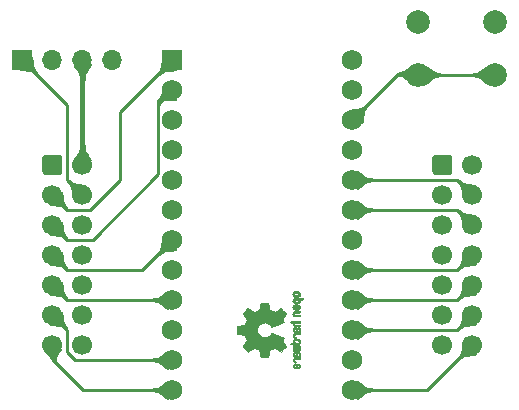
<source format=gbr>
%TF.GenerationSoftware,KiCad,Pcbnew,(5.1.12-1-10_14)*%
%TF.CreationDate,2021-12-06T09:51:28+08:00*%
%TF.ProjectId,Pragmatic,50726167-6d61-4746-9963-2e6b69636164,V0.3*%
%TF.SameCoordinates,Original*%
%TF.FileFunction,Copper,L2,Bot*%
%TF.FilePolarity,Positive*%
%FSLAX46Y46*%
G04 Gerber Fmt 4.6, Leading zero omitted, Abs format (unit mm)*
G04 Created by KiCad (PCBNEW (5.1.12-1-10_14)) date 2021-12-06 09:51:28*
%MOMM*%
%LPD*%
G01*
G04 APERTURE LIST*
%TA.AperFunction,EtchedComponent*%
%ADD10C,0.010000*%
%TD*%
%TA.AperFunction,ComponentPad*%
%ADD11C,1.752600*%
%TD*%
%TA.AperFunction,ComponentPad*%
%ADD12R,1.752600X1.752600*%
%TD*%
%TA.AperFunction,ComponentPad*%
%ADD13O,1.700000X1.700000*%
%TD*%
%TA.AperFunction,ComponentPad*%
%ADD14R,1.700000X1.700000*%
%TD*%
%TA.AperFunction,ComponentPad*%
%ADD15C,2.000000*%
%TD*%
%TA.AperFunction,ComponentPad*%
%ADD16C,1.700000*%
%TD*%
%TA.AperFunction,Conductor*%
%ADD17C,0.250000*%
%TD*%
%TA.AperFunction,Conductor*%
%ADD18C,0.381000*%
%TD*%
%TA.AperFunction,Conductor*%
%ADD19C,0.025400*%
%TD*%
%TA.AperFunction,Conductor*%
%ADD20C,0.100000*%
%TD*%
G04 APERTURE END LIST*
D10*
%TO.C,Logo1*%
G36*
X137577348Y-72493910D02*
G01*
X137577778Y-72572454D01*
X137578942Y-72629298D01*
X137581207Y-72668105D01*
X137584940Y-72692538D01*
X137590506Y-72706262D01*
X137598273Y-72712940D01*
X137608605Y-72716236D01*
X137609943Y-72716556D01*
X137634079Y-72721562D01*
X137681701Y-72730829D01*
X137747741Y-72743392D01*
X137827128Y-72758287D01*
X137914796Y-72774551D01*
X137917875Y-72775119D01*
X138003789Y-72791410D01*
X138079696Y-72806652D01*
X138141045Y-72819861D01*
X138183282Y-72830054D01*
X138201855Y-72836248D01*
X138202184Y-72836543D01*
X138211253Y-72854788D01*
X138226367Y-72892405D01*
X138244262Y-72941271D01*
X138244358Y-72941543D01*
X138267493Y-73003093D01*
X138296965Y-73075657D01*
X138326597Y-73144057D01*
X138328062Y-73147294D01*
X138378626Y-73258702D01*
X138210160Y-73505399D01*
X138158803Y-73581077D01*
X138112889Y-73649631D01*
X138075030Y-73707088D01*
X138047837Y-73749476D01*
X138033921Y-73772825D01*
X138032889Y-73775042D01*
X138037484Y-73792010D01*
X138059655Y-73823701D01*
X138100447Y-73871352D01*
X138160905Y-73936198D01*
X138225227Y-74002397D01*
X138288612Y-74066214D01*
X138346451Y-74123329D01*
X138395175Y-74170305D01*
X138431210Y-74203703D01*
X138450984Y-74220085D01*
X138452002Y-74220694D01*
X138465572Y-74222505D01*
X138487733Y-74215683D01*
X138521478Y-74198540D01*
X138569800Y-74169393D01*
X138635692Y-74126555D01*
X138720517Y-74069448D01*
X138795177Y-74018766D01*
X138862140Y-73973461D01*
X138917516Y-73936150D01*
X138957420Y-73909452D01*
X138977962Y-73895985D01*
X138979356Y-73895137D01*
X138999038Y-73896781D01*
X139037293Y-73909245D01*
X139086889Y-73930048D01*
X139102728Y-73937462D01*
X139173290Y-73969814D01*
X139253353Y-74004328D01*
X139322629Y-74032365D01*
X139374045Y-74052568D01*
X139413119Y-74068615D01*
X139433541Y-74077888D01*
X139435114Y-74079041D01*
X139437721Y-74096096D01*
X139444863Y-74136298D01*
X139455523Y-74194302D01*
X139468685Y-74264763D01*
X139483333Y-74342335D01*
X139498449Y-74421672D01*
X139513018Y-74497431D01*
X139526022Y-74564264D01*
X139536445Y-74616828D01*
X139543270Y-74649776D01*
X139545199Y-74657857D01*
X139549962Y-74666205D01*
X139560718Y-74672506D01*
X139581098Y-74677045D01*
X139614734Y-74680104D01*
X139665255Y-74681967D01*
X139736292Y-74682918D01*
X139831476Y-74683240D01*
X139870492Y-74683257D01*
X140187799Y-74683257D01*
X140202839Y-74607057D01*
X140210995Y-74564663D01*
X140222899Y-74501400D01*
X140237116Y-74424962D01*
X140252210Y-74343043D01*
X140256355Y-74320400D01*
X140271053Y-74244806D01*
X140285505Y-74178953D01*
X140298375Y-74128366D01*
X140308322Y-74098574D01*
X140311287Y-74093612D01*
X140332283Y-74081426D01*
X140372967Y-74063953D01*
X140425322Y-74044577D01*
X140436600Y-74040734D01*
X140506523Y-74015339D01*
X140585418Y-73983817D01*
X140656266Y-73952969D01*
X140656595Y-73952817D01*
X140767733Y-73901447D01*
X141016253Y-74070399D01*
X141264772Y-74239352D01*
X141482058Y-74022429D01*
X141546726Y-73956819D01*
X141603733Y-73896979D01*
X141650033Y-73846267D01*
X141682584Y-73808046D01*
X141698343Y-73785675D01*
X141699343Y-73782466D01*
X141691469Y-73763626D01*
X141669578Y-73725180D01*
X141636267Y-73671330D01*
X141594131Y-73606276D01*
X141546943Y-73535940D01*
X141498810Y-73464555D01*
X141456928Y-73400908D01*
X141423871Y-73349041D01*
X141402218Y-73312995D01*
X141394543Y-73296867D01*
X141401037Y-73277189D01*
X141418150Y-73239875D01*
X141442326Y-73192621D01*
X141445013Y-73187612D01*
X141476927Y-73123977D01*
X141492579Y-73080341D01*
X141492745Y-73053202D01*
X141478204Y-73039057D01*
X141478000Y-73038975D01*
X141460779Y-73031905D01*
X141419899Y-73015042D01*
X141358525Y-72989695D01*
X141279819Y-72957171D01*
X141186947Y-72918778D01*
X141083072Y-72875822D01*
X140982502Y-72834222D01*
X140871516Y-72788504D01*
X140768703Y-72746526D01*
X140677215Y-72709548D01*
X140600201Y-72678827D01*
X140540815Y-72655622D01*
X140502209Y-72641190D01*
X140487800Y-72636743D01*
X140471272Y-72647896D01*
X140444930Y-72677069D01*
X140415887Y-72715971D01*
X140324039Y-72826757D01*
X140218759Y-72913351D01*
X140102266Y-72974716D01*
X139976776Y-73009815D01*
X139844507Y-73017608D01*
X139783457Y-73011943D01*
X139656795Y-72981078D01*
X139544941Y-72927920D01*
X139449001Y-72855767D01*
X139370076Y-72767917D01*
X139309270Y-72667665D01*
X139267687Y-72558310D01*
X139246428Y-72443147D01*
X139246599Y-72325475D01*
X139269301Y-72208590D01*
X139315638Y-72095789D01*
X139386713Y-71990369D01*
X139426911Y-71946368D01*
X139530129Y-71861979D01*
X139642925Y-71803222D01*
X139762010Y-71769704D01*
X139884095Y-71761035D01*
X140005893Y-71776823D01*
X140124116Y-71816678D01*
X140235475Y-71880207D01*
X140336684Y-71967021D01*
X140415887Y-72064029D01*
X140446162Y-72104437D01*
X140472219Y-72132982D01*
X140487825Y-72143257D01*
X140504843Y-72137877D01*
X140545500Y-72122575D01*
X140606642Y-72098612D01*
X140685119Y-72067244D01*
X140777780Y-72029732D01*
X140881472Y-71987333D01*
X140982526Y-71945663D01*
X141093607Y-71899690D01*
X141196541Y-71857107D01*
X141288165Y-71819221D01*
X141365316Y-71787340D01*
X141424831Y-71762771D01*
X141463544Y-71746820D01*
X141478000Y-71740910D01*
X141492685Y-71726948D01*
X141492642Y-71699940D01*
X141477099Y-71656413D01*
X141445284Y-71592890D01*
X141445013Y-71592388D01*
X141420323Y-71544560D01*
X141402338Y-71505897D01*
X141394614Y-71484095D01*
X141394543Y-71483133D01*
X141402378Y-71466721D01*
X141424165Y-71430487D01*
X141457328Y-71378474D01*
X141499291Y-71314725D01*
X141546943Y-71244060D01*
X141595191Y-71172116D01*
X141637151Y-71107274D01*
X141670227Y-71053735D01*
X141691821Y-71015697D01*
X141699343Y-70997533D01*
X141689457Y-70980808D01*
X141661826Y-70947180D01*
X141619495Y-70900010D01*
X141565505Y-70842658D01*
X141502899Y-70778484D01*
X141481983Y-70757497D01*
X141264623Y-70540499D01*
X141022220Y-70705668D01*
X140947781Y-70755864D01*
X140880972Y-70799919D01*
X140825665Y-70835362D01*
X140785729Y-70859719D01*
X140765036Y-70870522D01*
X140763563Y-70870838D01*
X140744058Y-70865143D01*
X140704822Y-70849826D01*
X140652430Y-70827537D01*
X140617355Y-70811893D01*
X140550201Y-70782641D01*
X140482358Y-70755094D01*
X140425034Y-70733737D01*
X140407572Y-70727935D01*
X140360938Y-70711452D01*
X140324905Y-70695340D01*
X140311287Y-70686490D01*
X140302952Y-70666960D01*
X140291137Y-70624334D01*
X140277181Y-70564145D01*
X140262422Y-70491922D01*
X140256355Y-70459600D01*
X140241273Y-70377522D01*
X140226669Y-70298795D01*
X140213980Y-70231109D01*
X140204642Y-70182160D01*
X140202839Y-70172943D01*
X140187799Y-70096743D01*
X139870492Y-70096743D01*
X139766154Y-70096914D01*
X139687213Y-70097616D01*
X139630038Y-70099134D01*
X139590999Y-70101749D01*
X139566465Y-70105746D01*
X139552805Y-70111409D01*
X139546389Y-70119020D01*
X139545199Y-70122143D01*
X139540980Y-70140978D01*
X139532562Y-70182588D01*
X139520961Y-70241630D01*
X139507195Y-70312757D01*
X139492280Y-70390625D01*
X139477232Y-70469887D01*
X139463069Y-70545198D01*
X139450806Y-70611213D01*
X139441461Y-70662587D01*
X139436050Y-70693975D01*
X139435114Y-70700959D01*
X139422596Y-70707285D01*
X139389246Y-70721290D01*
X139341377Y-70740355D01*
X139322629Y-70747634D01*
X139250195Y-70776996D01*
X139170170Y-70811571D01*
X139102728Y-70842537D01*
X139051159Y-70865323D01*
X139008785Y-70880482D01*
X138982834Y-70885542D01*
X138979356Y-70884736D01*
X138962936Y-70874041D01*
X138926417Y-70849620D01*
X138873687Y-70814095D01*
X138808635Y-70770087D01*
X138735151Y-70720217D01*
X138720645Y-70710356D01*
X138634704Y-70652492D01*
X138569261Y-70609956D01*
X138521304Y-70581054D01*
X138487820Y-70564090D01*
X138465795Y-70557367D01*
X138452217Y-70559190D01*
X138452131Y-70559236D01*
X138434297Y-70573586D01*
X138399817Y-70605323D01*
X138352268Y-70651010D01*
X138295222Y-70707204D01*
X138232255Y-70770468D01*
X138225227Y-70777602D01*
X138148020Y-70857330D01*
X138091330Y-70918857D01*
X138054110Y-70963421D01*
X138035315Y-70992257D01*
X138032889Y-71004958D01*
X138043471Y-71023494D01*
X138067916Y-71061961D01*
X138103612Y-71116386D01*
X138147947Y-71182798D01*
X138198311Y-71257225D01*
X138210160Y-71274601D01*
X138378626Y-71521297D01*
X138328062Y-71632706D01*
X138298595Y-71700457D01*
X138268959Y-71773183D01*
X138245330Y-71835703D01*
X138244358Y-71838457D01*
X138226457Y-71887360D01*
X138211320Y-71925057D01*
X138202210Y-71943425D01*
X138202184Y-71943456D01*
X138185717Y-71949285D01*
X138145219Y-71959192D01*
X138085242Y-71972195D01*
X138010340Y-71987309D01*
X137925064Y-72003552D01*
X137917875Y-72004881D01*
X137830014Y-72021175D01*
X137750260Y-72036133D01*
X137683681Y-72048791D01*
X137635347Y-72058186D01*
X137610325Y-72063354D01*
X137609943Y-72063444D01*
X137599299Y-72066589D01*
X137591262Y-72072704D01*
X137585467Y-72085453D01*
X137581547Y-72108500D01*
X137579135Y-72145509D01*
X137577865Y-72200144D01*
X137577371Y-72276067D01*
X137577286Y-72376944D01*
X137577286Y-72390000D01*
X137577348Y-72493910D01*
G37*
X137577348Y-72493910D02*
X137577778Y-72572454D01*
X137578942Y-72629298D01*
X137581207Y-72668105D01*
X137584940Y-72692538D01*
X137590506Y-72706262D01*
X137598273Y-72712940D01*
X137608605Y-72716236D01*
X137609943Y-72716556D01*
X137634079Y-72721562D01*
X137681701Y-72730829D01*
X137747741Y-72743392D01*
X137827128Y-72758287D01*
X137914796Y-72774551D01*
X137917875Y-72775119D01*
X138003789Y-72791410D01*
X138079696Y-72806652D01*
X138141045Y-72819861D01*
X138183282Y-72830054D01*
X138201855Y-72836248D01*
X138202184Y-72836543D01*
X138211253Y-72854788D01*
X138226367Y-72892405D01*
X138244262Y-72941271D01*
X138244358Y-72941543D01*
X138267493Y-73003093D01*
X138296965Y-73075657D01*
X138326597Y-73144057D01*
X138328062Y-73147294D01*
X138378626Y-73258702D01*
X138210160Y-73505399D01*
X138158803Y-73581077D01*
X138112889Y-73649631D01*
X138075030Y-73707088D01*
X138047837Y-73749476D01*
X138033921Y-73772825D01*
X138032889Y-73775042D01*
X138037484Y-73792010D01*
X138059655Y-73823701D01*
X138100447Y-73871352D01*
X138160905Y-73936198D01*
X138225227Y-74002397D01*
X138288612Y-74066214D01*
X138346451Y-74123329D01*
X138395175Y-74170305D01*
X138431210Y-74203703D01*
X138450984Y-74220085D01*
X138452002Y-74220694D01*
X138465572Y-74222505D01*
X138487733Y-74215683D01*
X138521478Y-74198540D01*
X138569800Y-74169393D01*
X138635692Y-74126555D01*
X138720517Y-74069448D01*
X138795177Y-74018766D01*
X138862140Y-73973461D01*
X138917516Y-73936150D01*
X138957420Y-73909452D01*
X138977962Y-73895985D01*
X138979356Y-73895137D01*
X138999038Y-73896781D01*
X139037293Y-73909245D01*
X139086889Y-73930048D01*
X139102728Y-73937462D01*
X139173290Y-73969814D01*
X139253353Y-74004328D01*
X139322629Y-74032365D01*
X139374045Y-74052568D01*
X139413119Y-74068615D01*
X139433541Y-74077888D01*
X139435114Y-74079041D01*
X139437721Y-74096096D01*
X139444863Y-74136298D01*
X139455523Y-74194302D01*
X139468685Y-74264763D01*
X139483333Y-74342335D01*
X139498449Y-74421672D01*
X139513018Y-74497431D01*
X139526022Y-74564264D01*
X139536445Y-74616828D01*
X139543270Y-74649776D01*
X139545199Y-74657857D01*
X139549962Y-74666205D01*
X139560718Y-74672506D01*
X139581098Y-74677045D01*
X139614734Y-74680104D01*
X139665255Y-74681967D01*
X139736292Y-74682918D01*
X139831476Y-74683240D01*
X139870492Y-74683257D01*
X140187799Y-74683257D01*
X140202839Y-74607057D01*
X140210995Y-74564663D01*
X140222899Y-74501400D01*
X140237116Y-74424962D01*
X140252210Y-74343043D01*
X140256355Y-74320400D01*
X140271053Y-74244806D01*
X140285505Y-74178953D01*
X140298375Y-74128366D01*
X140308322Y-74098574D01*
X140311287Y-74093612D01*
X140332283Y-74081426D01*
X140372967Y-74063953D01*
X140425322Y-74044577D01*
X140436600Y-74040734D01*
X140506523Y-74015339D01*
X140585418Y-73983817D01*
X140656266Y-73952969D01*
X140656595Y-73952817D01*
X140767733Y-73901447D01*
X141016253Y-74070399D01*
X141264772Y-74239352D01*
X141482058Y-74022429D01*
X141546726Y-73956819D01*
X141603733Y-73896979D01*
X141650033Y-73846267D01*
X141682584Y-73808046D01*
X141698343Y-73785675D01*
X141699343Y-73782466D01*
X141691469Y-73763626D01*
X141669578Y-73725180D01*
X141636267Y-73671330D01*
X141594131Y-73606276D01*
X141546943Y-73535940D01*
X141498810Y-73464555D01*
X141456928Y-73400908D01*
X141423871Y-73349041D01*
X141402218Y-73312995D01*
X141394543Y-73296867D01*
X141401037Y-73277189D01*
X141418150Y-73239875D01*
X141442326Y-73192621D01*
X141445013Y-73187612D01*
X141476927Y-73123977D01*
X141492579Y-73080341D01*
X141492745Y-73053202D01*
X141478204Y-73039057D01*
X141478000Y-73038975D01*
X141460779Y-73031905D01*
X141419899Y-73015042D01*
X141358525Y-72989695D01*
X141279819Y-72957171D01*
X141186947Y-72918778D01*
X141083072Y-72875822D01*
X140982502Y-72834222D01*
X140871516Y-72788504D01*
X140768703Y-72746526D01*
X140677215Y-72709548D01*
X140600201Y-72678827D01*
X140540815Y-72655622D01*
X140502209Y-72641190D01*
X140487800Y-72636743D01*
X140471272Y-72647896D01*
X140444930Y-72677069D01*
X140415887Y-72715971D01*
X140324039Y-72826757D01*
X140218759Y-72913351D01*
X140102266Y-72974716D01*
X139976776Y-73009815D01*
X139844507Y-73017608D01*
X139783457Y-73011943D01*
X139656795Y-72981078D01*
X139544941Y-72927920D01*
X139449001Y-72855767D01*
X139370076Y-72767917D01*
X139309270Y-72667665D01*
X139267687Y-72558310D01*
X139246428Y-72443147D01*
X139246599Y-72325475D01*
X139269301Y-72208590D01*
X139315638Y-72095789D01*
X139386713Y-71990369D01*
X139426911Y-71946368D01*
X139530129Y-71861979D01*
X139642925Y-71803222D01*
X139762010Y-71769704D01*
X139884095Y-71761035D01*
X140005893Y-71776823D01*
X140124116Y-71816678D01*
X140235475Y-71880207D01*
X140336684Y-71967021D01*
X140415887Y-72064029D01*
X140446162Y-72104437D01*
X140472219Y-72132982D01*
X140487825Y-72143257D01*
X140504843Y-72137877D01*
X140545500Y-72122575D01*
X140606642Y-72098612D01*
X140685119Y-72067244D01*
X140777780Y-72029732D01*
X140881472Y-71987333D01*
X140982526Y-71945663D01*
X141093607Y-71899690D01*
X141196541Y-71857107D01*
X141288165Y-71819221D01*
X141365316Y-71787340D01*
X141424831Y-71762771D01*
X141463544Y-71746820D01*
X141478000Y-71740910D01*
X141492685Y-71726948D01*
X141492642Y-71699940D01*
X141477099Y-71656413D01*
X141445284Y-71592890D01*
X141445013Y-71592388D01*
X141420323Y-71544560D01*
X141402338Y-71505897D01*
X141394614Y-71484095D01*
X141394543Y-71483133D01*
X141402378Y-71466721D01*
X141424165Y-71430487D01*
X141457328Y-71378474D01*
X141499291Y-71314725D01*
X141546943Y-71244060D01*
X141595191Y-71172116D01*
X141637151Y-71107274D01*
X141670227Y-71053735D01*
X141691821Y-71015697D01*
X141699343Y-70997533D01*
X141689457Y-70980808D01*
X141661826Y-70947180D01*
X141619495Y-70900010D01*
X141565505Y-70842658D01*
X141502899Y-70778484D01*
X141481983Y-70757497D01*
X141264623Y-70540499D01*
X141022220Y-70705668D01*
X140947781Y-70755864D01*
X140880972Y-70799919D01*
X140825665Y-70835362D01*
X140785729Y-70859719D01*
X140765036Y-70870522D01*
X140763563Y-70870838D01*
X140744058Y-70865143D01*
X140704822Y-70849826D01*
X140652430Y-70827537D01*
X140617355Y-70811893D01*
X140550201Y-70782641D01*
X140482358Y-70755094D01*
X140425034Y-70733737D01*
X140407572Y-70727935D01*
X140360938Y-70711452D01*
X140324905Y-70695340D01*
X140311287Y-70686490D01*
X140302952Y-70666960D01*
X140291137Y-70624334D01*
X140277181Y-70564145D01*
X140262422Y-70491922D01*
X140256355Y-70459600D01*
X140241273Y-70377522D01*
X140226669Y-70298795D01*
X140213980Y-70231109D01*
X140204642Y-70182160D01*
X140202839Y-70172943D01*
X140187799Y-70096743D01*
X139870492Y-70096743D01*
X139766154Y-70096914D01*
X139687213Y-70097616D01*
X139630038Y-70099134D01*
X139590999Y-70101749D01*
X139566465Y-70105746D01*
X139552805Y-70111409D01*
X139546389Y-70119020D01*
X139545199Y-70122143D01*
X139540980Y-70140978D01*
X139532562Y-70182588D01*
X139520961Y-70241630D01*
X139507195Y-70312757D01*
X139492280Y-70390625D01*
X139477232Y-70469887D01*
X139463069Y-70545198D01*
X139450806Y-70611213D01*
X139441461Y-70662587D01*
X139436050Y-70693975D01*
X139435114Y-70700959D01*
X139422596Y-70707285D01*
X139389246Y-70721290D01*
X139341377Y-70740355D01*
X139322629Y-70747634D01*
X139250195Y-70776996D01*
X139170170Y-70811571D01*
X139102728Y-70842537D01*
X139051159Y-70865323D01*
X139008785Y-70880482D01*
X138982834Y-70885542D01*
X138979356Y-70884736D01*
X138962936Y-70874041D01*
X138926417Y-70849620D01*
X138873687Y-70814095D01*
X138808635Y-70770087D01*
X138735151Y-70720217D01*
X138720645Y-70710356D01*
X138634704Y-70652492D01*
X138569261Y-70609956D01*
X138521304Y-70581054D01*
X138487820Y-70564090D01*
X138465795Y-70557367D01*
X138452217Y-70559190D01*
X138452131Y-70559236D01*
X138434297Y-70573586D01*
X138399817Y-70605323D01*
X138352268Y-70651010D01*
X138295222Y-70707204D01*
X138232255Y-70770468D01*
X138225227Y-70777602D01*
X138148020Y-70857330D01*
X138091330Y-70918857D01*
X138054110Y-70963421D01*
X138035315Y-70992257D01*
X138032889Y-71004958D01*
X138043471Y-71023494D01*
X138067916Y-71061961D01*
X138103612Y-71116386D01*
X138147947Y-71182798D01*
X138198311Y-71257225D01*
X138210160Y-71274601D01*
X138378626Y-71521297D01*
X138328062Y-71632706D01*
X138298595Y-71700457D01*
X138268959Y-71773183D01*
X138245330Y-71835703D01*
X138244358Y-71838457D01*
X138226457Y-71887360D01*
X138211320Y-71925057D01*
X138202210Y-71943425D01*
X138202184Y-71943456D01*
X138185717Y-71949285D01*
X138145219Y-71959192D01*
X138085242Y-71972195D01*
X138010340Y-71987309D01*
X137925064Y-72003552D01*
X137917875Y-72004881D01*
X137830014Y-72021175D01*
X137750260Y-72036133D01*
X137683681Y-72048791D01*
X137635347Y-72058186D01*
X137610325Y-72063354D01*
X137609943Y-72063444D01*
X137599299Y-72066589D01*
X137591262Y-72072704D01*
X137585467Y-72085453D01*
X137581547Y-72108500D01*
X137579135Y-72145509D01*
X137577865Y-72200144D01*
X137577371Y-72276067D01*
X137577286Y-72376944D01*
X137577286Y-72390000D01*
X137577348Y-72493910D01*
G36*
X142301966Y-75543595D02*
G01*
X142339497Y-75601021D01*
X142373096Y-75628719D01*
X142434064Y-75650662D01*
X142482308Y-75652405D01*
X142546816Y-75648457D01*
X142611934Y-75499686D01*
X142645202Y-75427349D01*
X142671964Y-75380084D01*
X142695144Y-75355507D01*
X142717667Y-75351237D01*
X142742455Y-75364889D01*
X142758886Y-75379943D01*
X142785235Y-75423746D01*
X142787081Y-75471389D01*
X142766546Y-75515145D01*
X142725752Y-75547289D01*
X142711347Y-75553038D01*
X142666356Y-75580576D01*
X142647182Y-75612258D01*
X142630779Y-75655714D01*
X142692966Y-75655714D01*
X142735283Y-75651872D01*
X142770969Y-75636823D01*
X142811943Y-75605280D01*
X142817267Y-75600592D01*
X142853720Y-75565506D01*
X142873283Y-75535347D01*
X142882283Y-75497615D01*
X142885230Y-75466335D01*
X142885965Y-75410385D01*
X142876660Y-75370555D01*
X142862846Y-75345708D01*
X142832467Y-75306656D01*
X142799613Y-75279625D01*
X142758294Y-75262517D01*
X142702521Y-75253238D01*
X142626305Y-75249693D01*
X142587622Y-75249410D01*
X142541247Y-75250372D01*
X142541247Y-75338007D01*
X142566126Y-75339023D01*
X142570200Y-75341556D01*
X142564665Y-75358274D01*
X142550017Y-75394249D01*
X142529190Y-75442331D01*
X142524714Y-75452386D01*
X142493814Y-75513152D01*
X142466657Y-75546632D01*
X142441220Y-75553990D01*
X142415481Y-75536391D01*
X142404109Y-75521856D01*
X142381364Y-75469410D01*
X142385122Y-75420322D01*
X142412884Y-75379227D01*
X142462152Y-75350758D01*
X142501257Y-75341631D01*
X142541247Y-75338007D01*
X142541247Y-75250372D01*
X142497249Y-75251285D01*
X142430384Y-75258196D01*
X142381695Y-75271884D01*
X142345849Y-75294096D01*
X142317513Y-75326574D01*
X142308355Y-75340733D01*
X142284507Y-75405053D01*
X142283006Y-75475473D01*
X142301966Y-75543595D01*
G37*
X142301966Y-75543595D02*
X142339497Y-75601021D01*
X142373096Y-75628719D01*
X142434064Y-75650662D01*
X142482308Y-75652405D01*
X142546816Y-75648457D01*
X142611934Y-75499686D01*
X142645202Y-75427349D01*
X142671964Y-75380084D01*
X142695144Y-75355507D01*
X142717667Y-75351237D01*
X142742455Y-75364889D01*
X142758886Y-75379943D01*
X142785235Y-75423746D01*
X142787081Y-75471389D01*
X142766546Y-75515145D01*
X142725752Y-75547289D01*
X142711347Y-75553038D01*
X142666356Y-75580576D01*
X142647182Y-75612258D01*
X142630779Y-75655714D01*
X142692966Y-75655714D01*
X142735283Y-75651872D01*
X142770969Y-75636823D01*
X142811943Y-75605280D01*
X142817267Y-75600592D01*
X142853720Y-75565506D01*
X142873283Y-75535347D01*
X142882283Y-75497615D01*
X142885230Y-75466335D01*
X142885965Y-75410385D01*
X142876660Y-75370555D01*
X142862846Y-75345708D01*
X142832467Y-75306656D01*
X142799613Y-75279625D01*
X142758294Y-75262517D01*
X142702521Y-75253238D01*
X142626305Y-75249693D01*
X142587622Y-75249410D01*
X142541247Y-75250372D01*
X142541247Y-75338007D01*
X142566126Y-75339023D01*
X142570200Y-75341556D01*
X142564665Y-75358274D01*
X142550017Y-75394249D01*
X142529190Y-75442331D01*
X142524714Y-75452386D01*
X142493814Y-75513152D01*
X142466657Y-75546632D01*
X142441220Y-75553990D01*
X142415481Y-75536391D01*
X142404109Y-75521856D01*
X142381364Y-75469410D01*
X142385122Y-75420322D01*
X142412884Y-75379227D01*
X142462152Y-75350758D01*
X142501257Y-75341631D01*
X142541247Y-75338007D01*
X142541247Y-75250372D01*
X142497249Y-75251285D01*
X142430384Y-75258196D01*
X142381695Y-75271884D01*
X142345849Y-75294096D01*
X142317513Y-75326574D01*
X142308355Y-75340733D01*
X142284507Y-75405053D01*
X142283006Y-75475473D01*
X142301966Y-75543595D01*
G36*
X142293752Y-75042600D02*
G01*
X142301334Y-75059948D01*
X142334128Y-75101356D01*
X142381547Y-75136765D01*
X142432151Y-75158664D01*
X142457098Y-75162229D01*
X142491927Y-75150279D01*
X142510357Y-75124067D01*
X142521516Y-75095964D01*
X142523572Y-75083095D01*
X142508649Y-75076829D01*
X142476175Y-75064456D01*
X142461502Y-75059028D01*
X142410744Y-75028590D01*
X142385427Y-74984520D01*
X142386206Y-74928010D01*
X142387203Y-74923825D01*
X142401507Y-74893655D01*
X142429393Y-74871476D01*
X142474287Y-74856327D01*
X142539615Y-74847250D01*
X142628804Y-74843286D01*
X142676261Y-74842914D01*
X142751071Y-74842730D01*
X142802069Y-74841522D01*
X142834471Y-74838309D01*
X142853495Y-74832109D01*
X142864356Y-74821940D01*
X142872272Y-74806819D01*
X142872670Y-74805946D01*
X142884981Y-74776828D01*
X142889514Y-74762403D01*
X142875809Y-74760186D01*
X142837925Y-74758289D01*
X142780715Y-74756847D01*
X142709027Y-74755998D01*
X142656565Y-74755829D01*
X142555047Y-74756692D01*
X142478032Y-74760070D01*
X142421023Y-74767142D01*
X142379526Y-74779088D01*
X142349043Y-74797090D01*
X142325080Y-74822327D01*
X142308355Y-74847247D01*
X142286097Y-74907171D01*
X142281076Y-74976911D01*
X142293752Y-75042600D01*
G37*
X142293752Y-75042600D02*
X142301334Y-75059948D01*
X142334128Y-75101356D01*
X142381547Y-75136765D01*
X142432151Y-75158664D01*
X142457098Y-75162229D01*
X142491927Y-75150279D01*
X142510357Y-75124067D01*
X142521516Y-75095964D01*
X142523572Y-75083095D01*
X142508649Y-75076829D01*
X142476175Y-75064456D01*
X142461502Y-75059028D01*
X142410744Y-75028590D01*
X142385427Y-74984520D01*
X142386206Y-74928010D01*
X142387203Y-74923825D01*
X142401507Y-74893655D01*
X142429393Y-74871476D01*
X142474287Y-74856327D01*
X142539615Y-74847250D01*
X142628804Y-74843286D01*
X142676261Y-74842914D01*
X142751071Y-74842730D01*
X142802069Y-74841522D01*
X142834471Y-74838309D01*
X142853495Y-74832109D01*
X142864356Y-74821940D01*
X142872272Y-74806819D01*
X142872670Y-74805946D01*
X142884981Y-74776828D01*
X142889514Y-74762403D01*
X142875809Y-74760186D01*
X142837925Y-74758289D01*
X142780715Y-74756847D01*
X142709027Y-74755998D01*
X142656565Y-74755829D01*
X142555047Y-74756692D01*
X142478032Y-74760070D01*
X142421023Y-74767142D01*
X142379526Y-74779088D01*
X142349043Y-74797090D01*
X142325080Y-74822327D01*
X142308355Y-74847247D01*
X142286097Y-74907171D01*
X142281076Y-74976911D01*
X142293752Y-75042600D01*
G36*
X142291335Y-74534876D02*
G01*
X142310344Y-74576667D01*
X142333378Y-74609469D01*
X142359133Y-74633503D01*
X142392358Y-74650097D01*
X142437800Y-74660577D01*
X142500207Y-74666271D01*
X142584327Y-74668507D01*
X142639721Y-74668743D01*
X142855826Y-74668743D01*
X142872670Y-74631774D01*
X142884981Y-74602656D01*
X142889514Y-74588231D01*
X142876025Y-74585472D01*
X142839653Y-74583282D01*
X142786542Y-74581942D01*
X142744372Y-74581657D01*
X142683447Y-74580434D01*
X142635115Y-74577136D01*
X142605518Y-74572321D01*
X142599229Y-74568496D01*
X142605652Y-74542783D01*
X142622125Y-74502418D01*
X142644458Y-74455679D01*
X142668457Y-74410845D01*
X142689930Y-74376193D01*
X142704685Y-74360002D01*
X142704845Y-74359938D01*
X142732152Y-74361330D01*
X142758219Y-74373818D01*
X142779392Y-74395743D01*
X142786474Y-74427743D01*
X142785649Y-74455092D01*
X142785042Y-74493826D01*
X142794116Y-74514158D01*
X142818092Y-74526369D01*
X142822613Y-74527909D01*
X142856806Y-74533203D01*
X142877568Y-74519047D01*
X142887462Y-74482148D01*
X142889292Y-74442289D01*
X142875727Y-74370562D01*
X142856355Y-74333432D01*
X142810845Y-74287576D01*
X142754983Y-74263256D01*
X142695957Y-74261073D01*
X142640953Y-74281629D01*
X142606486Y-74312549D01*
X142587189Y-74343420D01*
X142562759Y-74391942D01*
X142537985Y-74448485D01*
X142534199Y-74457910D01*
X142506791Y-74520019D01*
X142482634Y-74555822D01*
X142458619Y-74567337D01*
X142431635Y-74556580D01*
X142410543Y-74538114D01*
X142384572Y-74494469D01*
X142382624Y-74446446D01*
X142402637Y-74402406D01*
X142442551Y-74370709D01*
X142452848Y-74366549D01*
X142490724Y-74342327D01*
X142518842Y-74306965D01*
X142541917Y-74262343D01*
X142476485Y-74262343D01*
X142436506Y-74264969D01*
X142404997Y-74276230D01*
X142371378Y-74301199D01*
X142345484Y-74325169D01*
X142308817Y-74362441D01*
X142289121Y-74391401D01*
X142281220Y-74422505D01*
X142279914Y-74457713D01*
X142291335Y-74534876D01*
G37*
X142291335Y-74534876D02*
X142310344Y-74576667D01*
X142333378Y-74609469D01*
X142359133Y-74633503D01*
X142392358Y-74650097D01*
X142437800Y-74660577D01*
X142500207Y-74666271D01*
X142584327Y-74668507D01*
X142639721Y-74668743D01*
X142855826Y-74668743D01*
X142872670Y-74631774D01*
X142884981Y-74602656D01*
X142889514Y-74588231D01*
X142876025Y-74585472D01*
X142839653Y-74583282D01*
X142786542Y-74581942D01*
X142744372Y-74581657D01*
X142683447Y-74580434D01*
X142635115Y-74577136D01*
X142605518Y-74572321D01*
X142599229Y-74568496D01*
X142605652Y-74542783D01*
X142622125Y-74502418D01*
X142644458Y-74455679D01*
X142668457Y-74410845D01*
X142689930Y-74376193D01*
X142704685Y-74360002D01*
X142704845Y-74359938D01*
X142732152Y-74361330D01*
X142758219Y-74373818D01*
X142779392Y-74395743D01*
X142786474Y-74427743D01*
X142785649Y-74455092D01*
X142785042Y-74493826D01*
X142794116Y-74514158D01*
X142818092Y-74526369D01*
X142822613Y-74527909D01*
X142856806Y-74533203D01*
X142877568Y-74519047D01*
X142887462Y-74482148D01*
X142889292Y-74442289D01*
X142875727Y-74370562D01*
X142856355Y-74333432D01*
X142810845Y-74287576D01*
X142754983Y-74263256D01*
X142695957Y-74261073D01*
X142640953Y-74281629D01*
X142606486Y-74312549D01*
X142587189Y-74343420D01*
X142562759Y-74391942D01*
X142537985Y-74448485D01*
X142534199Y-74457910D01*
X142506791Y-74520019D01*
X142482634Y-74555822D01*
X142458619Y-74567337D01*
X142431635Y-74556580D01*
X142410543Y-74538114D01*
X142384572Y-74494469D01*
X142382624Y-74446446D01*
X142402637Y-74402406D01*
X142442551Y-74370709D01*
X142452848Y-74366549D01*
X142490724Y-74342327D01*
X142518842Y-74306965D01*
X142541917Y-74262343D01*
X142476485Y-74262343D01*
X142436506Y-74264969D01*
X142404997Y-74276230D01*
X142371378Y-74301199D01*
X142345484Y-74325169D01*
X142308817Y-74362441D01*
X142289121Y-74391401D01*
X142281220Y-74422505D01*
X142279914Y-74457713D01*
X142291335Y-74534876D01*
G36*
X142293663Y-74169833D02*
G01*
X142331850Y-74172048D01*
X142389886Y-74173784D01*
X142463180Y-74174899D01*
X142540055Y-74175257D01*
X142800196Y-74175257D01*
X142846127Y-74129326D01*
X142874429Y-74097675D01*
X142885893Y-74069890D01*
X142885168Y-74031915D01*
X142883321Y-74016840D01*
X142877948Y-73969726D01*
X142874869Y-73930756D01*
X142874585Y-73921257D01*
X142876445Y-73889233D01*
X142881114Y-73843432D01*
X142883321Y-73825674D01*
X142886735Y-73782057D01*
X142879320Y-73752745D01*
X142856427Y-73723680D01*
X142846127Y-73713188D01*
X142800196Y-73667257D01*
X142313602Y-73667257D01*
X142296758Y-73704226D01*
X142284282Y-73736059D01*
X142279914Y-73754683D01*
X142293718Y-73759458D01*
X142332286Y-73763921D01*
X142391356Y-73767775D01*
X142466663Y-73770722D01*
X142530286Y-73772143D01*
X142780657Y-73776114D01*
X142785556Y-73810759D01*
X142782131Y-73842268D01*
X142771041Y-73857708D01*
X142750308Y-73862023D01*
X142706145Y-73865708D01*
X142644146Y-73868469D01*
X142569909Y-73870012D01*
X142531706Y-73870235D01*
X142311783Y-73870457D01*
X142295849Y-73916166D01*
X142285015Y-73948518D01*
X142279962Y-73966115D01*
X142279914Y-73966623D01*
X142293648Y-73968388D01*
X142331730Y-73970329D01*
X142389482Y-73972282D01*
X142462227Y-73974084D01*
X142530286Y-73975343D01*
X142780657Y-73979314D01*
X142780657Y-74066400D01*
X142552240Y-74070396D01*
X142323822Y-74074392D01*
X142301868Y-74116847D01*
X142286793Y-74148192D01*
X142279951Y-74166744D01*
X142279914Y-74167279D01*
X142293663Y-74169833D01*
G37*
X142293663Y-74169833D02*
X142331850Y-74172048D01*
X142389886Y-74173784D01*
X142463180Y-74174899D01*
X142540055Y-74175257D01*
X142800196Y-74175257D01*
X142846127Y-74129326D01*
X142874429Y-74097675D01*
X142885893Y-74069890D01*
X142885168Y-74031915D01*
X142883321Y-74016840D01*
X142877948Y-73969726D01*
X142874869Y-73930756D01*
X142874585Y-73921257D01*
X142876445Y-73889233D01*
X142881114Y-73843432D01*
X142883321Y-73825674D01*
X142886735Y-73782057D01*
X142879320Y-73752745D01*
X142856427Y-73723680D01*
X142846127Y-73713188D01*
X142800196Y-73667257D01*
X142313602Y-73667257D01*
X142296758Y-73704226D01*
X142284282Y-73736059D01*
X142279914Y-73754683D01*
X142293718Y-73759458D01*
X142332286Y-73763921D01*
X142391356Y-73767775D01*
X142466663Y-73770722D01*
X142530286Y-73772143D01*
X142780657Y-73776114D01*
X142785556Y-73810759D01*
X142782131Y-73842268D01*
X142771041Y-73857708D01*
X142750308Y-73862023D01*
X142706145Y-73865708D01*
X142644146Y-73868469D01*
X142569909Y-73870012D01*
X142531706Y-73870235D01*
X142311783Y-73870457D01*
X142295849Y-73916166D01*
X142285015Y-73948518D01*
X142279962Y-73966115D01*
X142279914Y-73966623D01*
X142293648Y-73968388D01*
X142331730Y-73970329D01*
X142389482Y-73972282D01*
X142462227Y-73974084D01*
X142530286Y-73975343D01*
X142780657Y-73979314D01*
X142780657Y-74066400D01*
X142552240Y-74070396D01*
X142323822Y-74074392D01*
X142301868Y-74116847D01*
X142286793Y-74148192D01*
X142279951Y-74166744D01*
X142279914Y-74167279D01*
X142293663Y-74169833D01*
G36*
X142400358Y-73580117D02*
G01*
X142508837Y-73579933D01*
X142592287Y-73579219D01*
X142654704Y-73577675D01*
X142700085Y-73575001D01*
X142732429Y-73570894D01*
X142755733Y-73565055D01*
X142773995Y-73557182D01*
X142784418Y-73551221D01*
X142840945Y-73501855D01*
X142876377Y-73439264D01*
X142889090Y-73370013D01*
X142877463Y-73300668D01*
X142856568Y-73259375D01*
X142820422Y-73216025D01*
X142776276Y-73186481D01*
X142718462Y-73168655D01*
X142641313Y-73160463D01*
X142584714Y-73159302D01*
X142580647Y-73159458D01*
X142580647Y-73260857D01*
X142645550Y-73261476D01*
X142688514Y-73264314D01*
X142716622Y-73270840D01*
X142736953Y-73282523D01*
X142752288Y-73296483D01*
X142781890Y-73343365D01*
X142784419Y-73393701D01*
X142759705Y-73441276D01*
X142756356Y-73444979D01*
X142738935Y-73460783D01*
X142718209Y-73470693D01*
X142687362Y-73476058D01*
X142639577Y-73478228D01*
X142586748Y-73478571D01*
X142520381Y-73477827D01*
X142476106Y-73474748D01*
X142447009Y-73468061D01*
X142426173Y-73456496D01*
X142415107Y-73447013D01*
X142387198Y-73402960D01*
X142383843Y-73352224D01*
X142405159Y-73303796D01*
X142413073Y-73294450D01*
X142430647Y-73278540D01*
X142451587Y-73268610D01*
X142482782Y-73263278D01*
X142531122Y-73261163D01*
X142580647Y-73260857D01*
X142580647Y-73159458D01*
X142493568Y-73162810D01*
X142425086Y-73174726D01*
X142373600Y-73197135D01*
X142333443Y-73232124D01*
X142312861Y-73259375D01*
X142290625Y-73308907D01*
X142280304Y-73366316D01*
X142283067Y-73419682D01*
X142294212Y-73449543D01*
X142297383Y-73461261D01*
X142285557Y-73469037D01*
X142253866Y-73474465D01*
X142205593Y-73478571D01*
X142151829Y-73483067D01*
X142119482Y-73489313D01*
X142100985Y-73500676D01*
X142088770Y-73520528D01*
X142083362Y-73533000D01*
X142063601Y-73580171D01*
X142400358Y-73580117D01*
G37*
X142400358Y-73580117D02*
X142508837Y-73579933D01*
X142592287Y-73579219D01*
X142654704Y-73577675D01*
X142700085Y-73575001D01*
X142732429Y-73570894D01*
X142755733Y-73565055D01*
X142773995Y-73557182D01*
X142784418Y-73551221D01*
X142840945Y-73501855D01*
X142876377Y-73439264D01*
X142889090Y-73370013D01*
X142877463Y-73300668D01*
X142856568Y-73259375D01*
X142820422Y-73216025D01*
X142776276Y-73186481D01*
X142718462Y-73168655D01*
X142641313Y-73160463D01*
X142584714Y-73159302D01*
X142580647Y-73159458D01*
X142580647Y-73260857D01*
X142645550Y-73261476D01*
X142688514Y-73264314D01*
X142716622Y-73270840D01*
X142736953Y-73282523D01*
X142752288Y-73296483D01*
X142781890Y-73343365D01*
X142784419Y-73393701D01*
X142759705Y-73441276D01*
X142756356Y-73444979D01*
X142738935Y-73460783D01*
X142718209Y-73470693D01*
X142687362Y-73476058D01*
X142639577Y-73478228D01*
X142586748Y-73478571D01*
X142520381Y-73477827D01*
X142476106Y-73474748D01*
X142447009Y-73468061D01*
X142426173Y-73456496D01*
X142415107Y-73447013D01*
X142387198Y-73402960D01*
X142383843Y-73352224D01*
X142405159Y-73303796D01*
X142413073Y-73294450D01*
X142430647Y-73278540D01*
X142451587Y-73268610D01*
X142482782Y-73263278D01*
X142531122Y-73261163D01*
X142580647Y-73260857D01*
X142580647Y-73159458D01*
X142493568Y-73162810D01*
X142425086Y-73174726D01*
X142373600Y-73197135D01*
X142333443Y-73232124D01*
X142312861Y-73259375D01*
X142290625Y-73308907D01*
X142280304Y-73366316D01*
X142283067Y-73419682D01*
X142294212Y-73449543D01*
X142297383Y-73461261D01*
X142285557Y-73469037D01*
X142253866Y-73474465D01*
X142205593Y-73478571D01*
X142151829Y-73483067D01*
X142119482Y-73489313D01*
X142100985Y-73500676D01*
X142088770Y-73520528D01*
X142083362Y-73533000D01*
X142063601Y-73580171D01*
X142400358Y-73580117D01*
G36*
X142284755Y-72919926D02*
G01*
X142309084Y-72985858D01*
X142352117Y-73039273D01*
X142382409Y-73060164D01*
X142437994Y-73082939D01*
X142478186Y-73082466D01*
X142505217Y-73058562D01*
X142509813Y-73049717D01*
X142524144Y-73011530D01*
X142520472Y-72992028D01*
X142496407Y-72985422D01*
X142483114Y-72985086D01*
X142434210Y-72972992D01*
X142399999Y-72941471D01*
X142383476Y-72897659D01*
X142387634Y-72848695D01*
X142409227Y-72808894D01*
X142421544Y-72795450D01*
X142436487Y-72785921D01*
X142459075Y-72779485D01*
X142494328Y-72775317D01*
X142547266Y-72772597D01*
X142622907Y-72770502D01*
X142646857Y-72769960D01*
X142728790Y-72767981D01*
X142786455Y-72765731D01*
X142824608Y-72762357D01*
X142848004Y-72757006D01*
X142861398Y-72748824D01*
X142869545Y-72736959D01*
X142873144Y-72729362D01*
X142885452Y-72697102D01*
X142889514Y-72678111D01*
X142875948Y-72671836D01*
X142834934Y-72668006D01*
X142765999Y-72666600D01*
X142668669Y-72667598D01*
X142653657Y-72667908D01*
X142564859Y-72670101D01*
X142500019Y-72672693D01*
X142454067Y-72676382D01*
X142421935Y-72681864D01*
X142398553Y-72689835D01*
X142378852Y-72700993D01*
X142370410Y-72706830D01*
X142333057Y-72740296D01*
X142304003Y-72777727D01*
X142301467Y-72782309D01*
X142281443Y-72849426D01*
X142284755Y-72919926D01*
G37*
X142284755Y-72919926D02*
X142309084Y-72985858D01*
X142352117Y-73039273D01*
X142382409Y-73060164D01*
X142437994Y-73082939D01*
X142478186Y-73082466D01*
X142505217Y-73058562D01*
X142509813Y-73049717D01*
X142524144Y-73011530D01*
X142520472Y-72992028D01*
X142496407Y-72985422D01*
X142483114Y-72985086D01*
X142434210Y-72972992D01*
X142399999Y-72941471D01*
X142383476Y-72897659D01*
X142387634Y-72848695D01*
X142409227Y-72808894D01*
X142421544Y-72795450D01*
X142436487Y-72785921D01*
X142459075Y-72779485D01*
X142494328Y-72775317D01*
X142547266Y-72772597D01*
X142622907Y-72770502D01*
X142646857Y-72769960D01*
X142728790Y-72767981D01*
X142786455Y-72765731D01*
X142824608Y-72762357D01*
X142848004Y-72757006D01*
X142861398Y-72748824D01*
X142869545Y-72736959D01*
X142873144Y-72729362D01*
X142885452Y-72697102D01*
X142889514Y-72678111D01*
X142875948Y-72671836D01*
X142834934Y-72668006D01*
X142765999Y-72666600D01*
X142668669Y-72667598D01*
X142653657Y-72667908D01*
X142564859Y-72670101D01*
X142500019Y-72672693D01*
X142454067Y-72676382D01*
X142421935Y-72681864D01*
X142398553Y-72689835D01*
X142378852Y-72700993D01*
X142370410Y-72706830D01*
X142333057Y-72740296D01*
X142304003Y-72777727D01*
X142301467Y-72782309D01*
X142281443Y-72849426D01*
X142284755Y-72919926D01*
G36*
X142285968Y-72429744D02*
G01*
X142307087Y-72486616D01*
X142307493Y-72487267D01*
X142333380Y-72522440D01*
X142363633Y-72548407D01*
X142403058Y-72566670D01*
X142456462Y-72578732D01*
X142528651Y-72586096D01*
X142624432Y-72590264D01*
X142638078Y-72590629D01*
X142843842Y-72595876D01*
X142866678Y-72551716D01*
X142882110Y-72519763D01*
X142889423Y-72500470D01*
X142889514Y-72499578D01*
X142876022Y-72496239D01*
X142839626Y-72493587D01*
X142786452Y-72491956D01*
X142743393Y-72491600D01*
X142673641Y-72491592D01*
X142629837Y-72488403D01*
X142608944Y-72477288D01*
X142607925Y-72453501D01*
X142623741Y-72412296D01*
X142652815Y-72350086D01*
X142676963Y-72304341D01*
X142697913Y-72280813D01*
X142720747Y-72273896D01*
X142721877Y-72273886D01*
X142761212Y-72285299D01*
X142782462Y-72319092D01*
X142785539Y-72370809D01*
X142785006Y-72408061D01*
X142795735Y-72427703D01*
X142821505Y-72439952D01*
X142854337Y-72447002D01*
X142872966Y-72436842D01*
X142875632Y-72433017D01*
X142886340Y-72397001D01*
X142887856Y-72346566D01*
X142880759Y-72294626D01*
X142867788Y-72257822D01*
X142824585Y-72206938D01*
X142764446Y-72178014D01*
X142717462Y-72172286D01*
X142675082Y-72176657D01*
X142640488Y-72192475D01*
X142609763Y-72223797D01*
X142578990Y-72274678D01*
X142544252Y-72349176D01*
X142542288Y-72353714D01*
X142511287Y-72420821D01*
X142485862Y-72462232D01*
X142463014Y-72479981D01*
X142439745Y-72476107D01*
X142413056Y-72452643D01*
X142406914Y-72445627D01*
X142383100Y-72398630D01*
X142384103Y-72349933D01*
X142407451Y-72307522D01*
X142450675Y-72279384D01*
X142459160Y-72276769D01*
X142500308Y-72251308D01*
X142520128Y-72219001D01*
X142539770Y-72172286D01*
X142488950Y-72172286D01*
X142415082Y-72186496D01*
X142347327Y-72228675D01*
X142324661Y-72250624D01*
X142295569Y-72300517D01*
X142282400Y-72363967D01*
X142285968Y-72429744D01*
G37*
X142285968Y-72429744D02*
X142307087Y-72486616D01*
X142307493Y-72487267D01*
X142333380Y-72522440D01*
X142363633Y-72548407D01*
X142403058Y-72566670D01*
X142456462Y-72578732D01*
X142528651Y-72586096D01*
X142624432Y-72590264D01*
X142638078Y-72590629D01*
X142843842Y-72595876D01*
X142866678Y-72551716D01*
X142882110Y-72519763D01*
X142889423Y-72500470D01*
X142889514Y-72499578D01*
X142876022Y-72496239D01*
X142839626Y-72493587D01*
X142786452Y-72491956D01*
X142743393Y-72491600D01*
X142673641Y-72491592D01*
X142629837Y-72488403D01*
X142608944Y-72477288D01*
X142607925Y-72453501D01*
X142623741Y-72412296D01*
X142652815Y-72350086D01*
X142676963Y-72304341D01*
X142697913Y-72280813D01*
X142720747Y-72273896D01*
X142721877Y-72273886D01*
X142761212Y-72285299D01*
X142782462Y-72319092D01*
X142785539Y-72370809D01*
X142785006Y-72408061D01*
X142795735Y-72427703D01*
X142821505Y-72439952D01*
X142854337Y-72447002D01*
X142872966Y-72436842D01*
X142875632Y-72433017D01*
X142886340Y-72397001D01*
X142887856Y-72346566D01*
X142880759Y-72294626D01*
X142867788Y-72257822D01*
X142824585Y-72206938D01*
X142764446Y-72178014D01*
X142717462Y-72172286D01*
X142675082Y-72176657D01*
X142640488Y-72192475D01*
X142609763Y-72223797D01*
X142578990Y-72274678D01*
X142544252Y-72349176D01*
X142542288Y-72353714D01*
X142511287Y-72420821D01*
X142485862Y-72462232D01*
X142463014Y-72479981D01*
X142439745Y-72476107D01*
X142413056Y-72452643D01*
X142406914Y-72445627D01*
X142383100Y-72398630D01*
X142384103Y-72349933D01*
X142407451Y-72307522D01*
X142450675Y-72279384D01*
X142459160Y-72276769D01*
X142500308Y-72251308D01*
X142520128Y-72219001D01*
X142539770Y-72172286D01*
X142488950Y-72172286D01*
X142415082Y-72186496D01*
X142347327Y-72228675D01*
X142324661Y-72250624D01*
X142295569Y-72300517D01*
X142282400Y-72363967D01*
X142285968Y-72429744D01*
G36*
X142186289Y-71765886D02*
G01*
X142245613Y-71770139D01*
X142280572Y-71775025D01*
X142295820Y-71781795D01*
X142296015Y-71791702D01*
X142294195Y-71794914D01*
X142281015Y-71837644D01*
X142281785Y-71893227D01*
X142295333Y-71949737D01*
X142312861Y-71985082D01*
X142340861Y-72021321D01*
X142372549Y-72047813D01*
X142412813Y-72065999D01*
X142466543Y-72077322D01*
X142538626Y-72083222D01*
X142633951Y-72085143D01*
X142652237Y-72085177D01*
X142857646Y-72085200D01*
X142873580Y-72039491D01*
X142884420Y-72007027D01*
X142889468Y-71989215D01*
X142889514Y-71988691D01*
X142875828Y-71986937D01*
X142838076Y-71985444D01*
X142781224Y-71984326D01*
X142710234Y-71983697D01*
X142667073Y-71983600D01*
X142581973Y-71983398D01*
X142520981Y-71982358D01*
X142479177Y-71979831D01*
X142451642Y-71975164D01*
X142433456Y-71967707D01*
X142419698Y-71956811D01*
X142413073Y-71950007D01*
X142386375Y-71903272D01*
X142384375Y-71852272D01*
X142406955Y-71806001D01*
X142415107Y-71797444D01*
X142430436Y-71784893D01*
X142448618Y-71776188D01*
X142474909Y-71770631D01*
X142514562Y-71767526D01*
X142572832Y-71766176D01*
X142653173Y-71765886D01*
X142857646Y-71765886D01*
X142873580Y-71720177D01*
X142884420Y-71687713D01*
X142889468Y-71669901D01*
X142889514Y-71669377D01*
X142875623Y-71668037D01*
X142836439Y-71666828D01*
X142775700Y-71665801D01*
X142697141Y-71665002D01*
X142604498Y-71664481D01*
X142501509Y-71664286D01*
X142104342Y-71664286D01*
X142084444Y-71711457D01*
X142064547Y-71758629D01*
X142186289Y-71765886D01*
G37*
X142186289Y-71765886D02*
X142245613Y-71770139D01*
X142280572Y-71775025D01*
X142295820Y-71781795D01*
X142296015Y-71791702D01*
X142294195Y-71794914D01*
X142281015Y-71837644D01*
X142281785Y-71893227D01*
X142295333Y-71949737D01*
X142312861Y-71985082D01*
X142340861Y-72021321D01*
X142372549Y-72047813D01*
X142412813Y-72065999D01*
X142466543Y-72077322D01*
X142538626Y-72083222D01*
X142633951Y-72085143D01*
X142652237Y-72085177D01*
X142857646Y-72085200D01*
X142873580Y-72039491D01*
X142884420Y-72007027D01*
X142889468Y-71989215D01*
X142889514Y-71988691D01*
X142875828Y-71986937D01*
X142838076Y-71985444D01*
X142781224Y-71984326D01*
X142710234Y-71983697D01*
X142667073Y-71983600D01*
X142581973Y-71983398D01*
X142520981Y-71982358D01*
X142479177Y-71979831D01*
X142451642Y-71975164D01*
X142433456Y-71967707D01*
X142419698Y-71956811D01*
X142413073Y-71950007D01*
X142386375Y-71903272D01*
X142384375Y-71852272D01*
X142406955Y-71806001D01*
X142415107Y-71797444D01*
X142430436Y-71784893D01*
X142448618Y-71776188D01*
X142474909Y-71770631D01*
X142514562Y-71767526D01*
X142572832Y-71766176D01*
X142653173Y-71765886D01*
X142857646Y-71765886D01*
X142873580Y-71720177D01*
X142884420Y-71687713D01*
X142889468Y-71669901D01*
X142889514Y-71669377D01*
X142875623Y-71668037D01*
X142836439Y-71666828D01*
X142775700Y-71665801D01*
X142697141Y-71665002D01*
X142604498Y-71664481D01*
X142501509Y-71664286D01*
X142104342Y-71664286D01*
X142084444Y-71711457D01*
X142064547Y-71758629D01*
X142186289Y-71765886D01*
G36*
X142266239Y-70558303D02*
G01*
X142304735Y-70615527D01*
X142360335Y-70659749D01*
X142431086Y-70686167D01*
X142483162Y-70691510D01*
X142504893Y-70690903D01*
X142521531Y-70685822D01*
X142536437Y-70671855D01*
X142552973Y-70644589D01*
X142574498Y-70599612D01*
X142604374Y-70532511D01*
X142604524Y-70532171D01*
X142632813Y-70470407D01*
X142657933Y-70419759D01*
X142677179Y-70385404D01*
X142687848Y-70372518D01*
X142687934Y-70372514D01*
X142711166Y-70383872D01*
X142736774Y-70410431D01*
X142755221Y-70440923D01*
X142758886Y-70456370D01*
X142746212Y-70498515D01*
X142714471Y-70534808D01*
X142679572Y-70552517D01*
X142653845Y-70569552D01*
X142624546Y-70602922D01*
X142599235Y-70642149D01*
X142585471Y-70676756D01*
X142584714Y-70683993D01*
X142597160Y-70692139D01*
X142628972Y-70692630D01*
X142671866Y-70686643D01*
X142717558Y-70675357D01*
X142757761Y-70659950D01*
X142759322Y-70659171D01*
X142824062Y-70612804D01*
X142868097Y-70552711D01*
X142889711Y-70484465D01*
X142887185Y-70413638D01*
X142858804Y-70345804D01*
X142856808Y-70342788D01*
X142808448Y-70289427D01*
X142745352Y-70254340D01*
X142662387Y-70234922D01*
X142639078Y-70232316D01*
X142529055Y-70227701D01*
X142477748Y-70233233D01*
X142477748Y-70372514D01*
X142509753Y-70374324D01*
X142519093Y-70384222D01*
X142512105Y-70408898D01*
X142495587Y-70447795D01*
X142474881Y-70491275D01*
X142474333Y-70492356D01*
X142454949Y-70529209D01*
X142442013Y-70544000D01*
X142428451Y-70540353D01*
X142410632Y-70524995D01*
X142384845Y-70485923D01*
X142382950Y-70443846D01*
X142401717Y-70406103D01*
X142437915Y-70380034D01*
X142477748Y-70372514D01*
X142477748Y-70233233D01*
X142441027Y-70237194D01*
X142371212Y-70261550D01*
X142322302Y-70295456D01*
X142272878Y-70356653D01*
X142248359Y-70424063D01*
X142246797Y-70492880D01*
X142266239Y-70558303D01*
G37*
X142266239Y-70558303D02*
X142304735Y-70615527D01*
X142360335Y-70659749D01*
X142431086Y-70686167D01*
X142483162Y-70691510D01*
X142504893Y-70690903D01*
X142521531Y-70685822D01*
X142536437Y-70671855D01*
X142552973Y-70644589D01*
X142574498Y-70599612D01*
X142604374Y-70532511D01*
X142604524Y-70532171D01*
X142632813Y-70470407D01*
X142657933Y-70419759D01*
X142677179Y-70385404D01*
X142687848Y-70372518D01*
X142687934Y-70372514D01*
X142711166Y-70383872D01*
X142736774Y-70410431D01*
X142755221Y-70440923D01*
X142758886Y-70456370D01*
X142746212Y-70498515D01*
X142714471Y-70534808D01*
X142679572Y-70552517D01*
X142653845Y-70569552D01*
X142624546Y-70602922D01*
X142599235Y-70642149D01*
X142585471Y-70676756D01*
X142584714Y-70683993D01*
X142597160Y-70692139D01*
X142628972Y-70692630D01*
X142671866Y-70686643D01*
X142717558Y-70675357D01*
X142757761Y-70659950D01*
X142759322Y-70659171D01*
X142824062Y-70612804D01*
X142868097Y-70552711D01*
X142889711Y-70484465D01*
X142887185Y-70413638D01*
X142858804Y-70345804D01*
X142856808Y-70342788D01*
X142808448Y-70289427D01*
X142745352Y-70254340D01*
X142662387Y-70234922D01*
X142639078Y-70232316D01*
X142529055Y-70227701D01*
X142477748Y-70233233D01*
X142477748Y-70372514D01*
X142509753Y-70374324D01*
X142519093Y-70384222D01*
X142512105Y-70408898D01*
X142495587Y-70447795D01*
X142474881Y-70491275D01*
X142474333Y-70492356D01*
X142454949Y-70529209D01*
X142442013Y-70544000D01*
X142428451Y-70540353D01*
X142410632Y-70524995D01*
X142384845Y-70485923D01*
X142382950Y-70443846D01*
X142401717Y-70406103D01*
X142437915Y-70380034D01*
X142477748Y-70372514D01*
X142477748Y-70233233D01*
X142441027Y-70237194D01*
X142371212Y-70261550D01*
X142322302Y-70295456D01*
X142272878Y-70356653D01*
X142248359Y-70424063D01*
X142246797Y-70492880D01*
X142266239Y-70558303D01*
G36*
X142256962Y-69431115D02*
G01*
X142292733Y-69499145D01*
X142350301Y-69549351D01*
X142387312Y-69567185D01*
X142442882Y-69581063D01*
X142513096Y-69588167D01*
X142589727Y-69588840D01*
X142664552Y-69583427D01*
X142729342Y-69572270D01*
X142775873Y-69555714D01*
X142783887Y-69550626D01*
X142843707Y-69490355D01*
X142879535Y-69418769D01*
X142890020Y-69341092D01*
X142873810Y-69262548D01*
X142864092Y-69240689D01*
X142834143Y-69198122D01*
X142794433Y-69160763D01*
X142789397Y-69157232D01*
X142765124Y-69142881D01*
X142739178Y-69133394D01*
X142705022Y-69127790D01*
X142656119Y-69125086D01*
X142585935Y-69124299D01*
X142570200Y-69124286D01*
X142565192Y-69124322D01*
X142565192Y-69269429D01*
X142631430Y-69270273D01*
X142675386Y-69273596D01*
X142703779Y-69280583D01*
X142723325Y-69292416D01*
X142729857Y-69298457D01*
X142754680Y-69333186D01*
X142753548Y-69366903D01*
X142732016Y-69400995D01*
X142709029Y-69421329D01*
X142675478Y-69433371D01*
X142622569Y-69440134D01*
X142616399Y-69440598D01*
X142520513Y-69441752D01*
X142449299Y-69429688D01*
X142403194Y-69404570D01*
X142382635Y-69366560D01*
X142381514Y-69352992D01*
X142387152Y-69317364D01*
X142406686Y-69292994D01*
X142444042Y-69278093D01*
X142503150Y-69270875D01*
X142565192Y-69269429D01*
X142565192Y-69124322D01*
X142495413Y-69124826D01*
X142443159Y-69127096D01*
X142406949Y-69132068D01*
X142380299Y-69140713D01*
X142356722Y-69154005D01*
X142352338Y-69156943D01*
X142293249Y-69206313D01*
X142258947Y-69260109D01*
X142245331Y-69325602D01*
X142244665Y-69347842D01*
X142256962Y-69431115D01*
G37*
X142256962Y-69431115D02*
X142292733Y-69499145D01*
X142350301Y-69549351D01*
X142387312Y-69567185D01*
X142442882Y-69581063D01*
X142513096Y-69588167D01*
X142589727Y-69588840D01*
X142664552Y-69583427D01*
X142729342Y-69572270D01*
X142775873Y-69555714D01*
X142783887Y-69550626D01*
X142843707Y-69490355D01*
X142879535Y-69418769D01*
X142890020Y-69341092D01*
X142873810Y-69262548D01*
X142864092Y-69240689D01*
X142834143Y-69198122D01*
X142794433Y-69160763D01*
X142789397Y-69157232D01*
X142765124Y-69142881D01*
X142739178Y-69133394D01*
X142705022Y-69127790D01*
X142656119Y-69125086D01*
X142585935Y-69124299D01*
X142570200Y-69124286D01*
X142565192Y-69124322D01*
X142565192Y-69269429D01*
X142631430Y-69270273D01*
X142675386Y-69273596D01*
X142703779Y-69280583D01*
X142723325Y-69292416D01*
X142729857Y-69298457D01*
X142754680Y-69333186D01*
X142753548Y-69366903D01*
X142732016Y-69400995D01*
X142709029Y-69421329D01*
X142675478Y-69433371D01*
X142622569Y-69440134D01*
X142616399Y-69440598D01*
X142520513Y-69441752D01*
X142449299Y-69429688D01*
X142403194Y-69404570D01*
X142382635Y-69366560D01*
X142381514Y-69352992D01*
X142387152Y-69317364D01*
X142406686Y-69292994D01*
X142444042Y-69278093D01*
X142503150Y-69270875D01*
X142565192Y-69269429D01*
X142565192Y-69124322D01*
X142495413Y-69124826D01*
X142443159Y-69127096D01*
X142406949Y-69132068D01*
X142380299Y-69140713D01*
X142356722Y-69154005D01*
X142352338Y-69156943D01*
X142293249Y-69206313D01*
X142258947Y-69260109D01*
X142245331Y-69325602D01*
X142244665Y-69347842D01*
X142256962Y-69431115D01*
G36*
X142262780Y-71106093D02*
G01*
X142289723Y-71152672D01*
X142316466Y-71185057D01*
X142344484Y-71208742D01*
X142378748Y-71225059D01*
X142424227Y-71235339D01*
X142485892Y-71240914D01*
X142568711Y-71243116D01*
X142628246Y-71243371D01*
X142847391Y-71243371D01*
X142875044Y-71181686D01*
X142902697Y-71120000D01*
X142662670Y-71112743D01*
X142573028Y-71109744D01*
X142507962Y-71106598D01*
X142463026Y-71102701D01*
X142433770Y-71097447D01*
X142415748Y-71090231D01*
X142404511Y-71080450D01*
X142402079Y-71077312D01*
X142383083Y-71029761D01*
X142390600Y-70981697D01*
X142410543Y-70953086D01*
X142424675Y-70941447D01*
X142443220Y-70933391D01*
X142471334Y-70928271D01*
X142514173Y-70925441D01*
X142576895Y-70924256D01*
X142642261Y-70924057D01*
X142724268Y-70924018D01*
X142782316Y-70922614D01*
X142821465Y-70917914D01*
X142846780Y-70907987D01*
X142863323Y-70890903D01*
X142876156Y-70864732D01*
X142889491Y-70829775D01*
X142904007Y-70791596D01*
X142646389Y-70796141D01*
X142553519Y-70797971D01*
X142484889Y-70800112D01*
X142435711Y-70803181D01*
X142401198Y-70807794D01*
X142376562Y-70814568D01*
X142357016Y-70824119D01*
X142339770Y-70835634D01*
X142284680Y-70891190D01*
X142252822Y-70958980D01*
X142245191Y-71032713D01*
X142262780Y-71106093D01*
G37*
X142262780Y-71106093D02*
X142289723Y-71152672D01*
X142316466Y-71185057D01*
X142344484Y-71208742D01*
X142378748Y-71225059D01*
X142424227Y-71235339D01*
X142485892Y-71240914D01*
X142568711Y-71243116D01*
X142628246Y-71243371D01*
X142847391Y-71243371D01*
X142875044Y-71181686D01*
X142902697Y-71120000D01*
X142662670Y-71112743D01*
X142573028Y-71109744D01*
X142507962Y-71106598D01*
X142463026Y-71102701D01*
X142433770Y-71097447D01*
X142415748Y-71090231D01*
X142404511Y-71080450D01*
X142402079Y-71077312D01*
X142383083Y-71029761D01*
X142390600Y-70981697D01*
X142410543Y-70953086D01*
X142424675Y-70941447D01*
X142443220Y-70933391D01*
X142471334Y-70928271D01*
X142514173Y-70925441D01*
X142576895Y-70924256D01*
X142642261Y-70924057D01*
X142724268Y-70924018D01*
X142782316Y-70922614D01*
X142821465Y-70917914D01*
X142846780Y-70907987D01*
X142863323Y-70890903D01*
X142876156Y-70864732D01*
X142889491Y-70829775D01*
X142904007Y-70791596D01*
X142646389Y-70796141D01*
X142553519Y-70797971D01*
X142484889Y-70800112D01*
X142435711Y-70803181D01*
X142401198Y-70807794D01*
X142376562Y-70814568D01*
X142357016Y-70824119D01*
X142339770Y-70835634D01*
X142284680Y-70891190D01*
X142252822Y-70958980D01*
X142245191Y-71032713D01*
X142262780Y-71106093D01*
G36*
X142254918Y-69989744D02*
G01*
X142282568Y-70045201D01*
X142333480Y-70094148D01*
X142352338Y-70107629D01*
X142377015Y-70122314D01*
X142403816Y-70131842D01*
X142439587Y-70137293D01*
X142491169Y-70139747D01*
X142559267Y-70140286D01*
X142652588Y-70137852D01*
X142722657Y-70129394D01*
X142774931Y-70113174D01*
X142814869Y-70087454D01*
X142847929Y-70050497D01*
X142849886Y-70047782D01*
X142869908Y-70011360D01*
X142879815Y-69967502D01*
X142882257Y-69911724D01*
X142882257Y-69821048D01*
X142970283Y-69821010D01*
X143019308Y-69820166D01*
X143048065Y-69815024D01*
X143065311Y-69801587D01*
X143079808Y-69775858D01*
X143082769Y-69769679D01*
X143096648Y-69740764D01*
X143105414Y-69718376D01*
X143106171Y-69701729D01*
X143096023Y-69690036D01*
X143072073Y-69682510D01*
X143031426Y-69678366D01*
X142971186Y-69676815D01*
X142888455Y-69677071D01*
X142780339Y-69678349D01*
X142748000Y-69678748D01*
X142636524Y-69680185D01*
X142563603Y-69681472D01*
X142563603Y-69820971D01*
X142625499Y-69821755D01*
X142665997Y-69825240D01*
X142692708Y-69833124D01*
X142713244Y-69847105D01*
X142723260Y-69856597D01*
X142752567Y-69895404D01*
X142754952Y-69929763D01*
X142730750Y-69965216D01*
X142729857Y-69966114D01*
X142711153Y-69980539D01*
X142685732Y-69989313D01*
X142646584Y-69993739D01*
X142586697Y-69995118D01*
X142573430Y-69995143D01*
X142490901Y-69991812D01*
X142433691Y-69980969D01*
X142398766Y-69961340D01*
X142383094Y-69931650D01*
X142381514Y-69914491D01*
X142388926Y-69873766D01*
X142413330Y-69845832D01*
X142457980Y-69829017D01*
X142526130Y-69821650D01*
X142563603Y-69820971D01*
X142563603Y-69681472D01*
X142550245Y-69681708D01*
X142485333Y-69683677D01*
X142437958Y-69686450D01*
X142404290Y-69690388D01*
X142380498Y-69695849D01*
X142362753Y-69703192D01*
X142347224Y-69712777D01*
X142341381Y-69716887D01*
X142286185Y-69771405D01*
X142254890Y-69840336D01*
X142246165Y-69920072D01*
X142254918Y-69989744D01*
G37*
X142254918Y-69989744D02*
X142282568Y-70045201D01*
X142333480Y-70094148D01*
X142352338Y-70107629D01*
X142377015Y-70122314D01*
X142403816Y-70131842D01*
X142439587Y-70137293D01*
X142491169Y-70139747D01*
X142559267Y-70140286D01*
X142652588Y-70137852D01*
X142722657Y-70129394D01*
X142774931Y-70113174D01*
X142814869Y-70087454D01*
X142847929Y-70050497D01*
X142849886Y-70047782D01*
X142869908Y-70011360D01*
X142879815Y-69967502D01*
X142882257Y-69911724D01*
X142882257Y-69821048D01*
X142970283Y-69821010D01*
X143019308Y-69820166D01*
X143048065Y-69815024D01*
X143065311Y-69801587D01*
X143079808Y-69775858D01*
X143082769Y-69769679D01*
X143096648Y-69740764D01*
X143105414Y-69718376D01*
X143106171Y-69701729D01*
X143096023Y-69690036D01*
X143072073Y-69682510D01*
X143031426Y-69678366D01*
X142971186Y-69676815D01*
X142888455Y-69677071D01*
X142780339Y-69678349D01*
X142748000Y-69678748D01*
X142636524Y-69680185D01*
X142563603Y-69681472D01*
X142563603Y-69820971D01*
X142625499Y-69821755D01*
X142665997Y-69825240D01*
X142692708Y-69833124D01*
X142713244Y-69847105D01*
X142723260Y-69856597D01*
X142752567Y-69895404D01*
X142754952Y-69929763D01*
X142730750Y-69965216D01*
X142729857Y-69966114D01*
X142711153Y-69980539D01*
X142685732Y-69989313D01*
X142646584Y-69993739D01*
X142586697Y-69995118D01*
X142573430Y-69995143D01*
X142490901Y-69991812D01*
X142433691Y-69980969D01*
X142398766Y-69961340D01*
X142383094Y-69931650D01*
X142381514Y-69914491D01*
X142388926Y-69873766D01*
X142413330Y-69845832D01*
X142457980Y-69829017D01*
X142526130Y-69821650D01*
X142563603Y-69820971D01*
X142563603Y-69681472D01*
X142550245Y-69681708D01*
X142485333Y-69683677D01*
X142437958Y-69686450D01*
X142404290Y-69690388D01*
X142380498Y-69695849D01*
X142362753Y-69703192D01*
X142347224Y-69712777D01*
X142341381Y-69716887D01*
X142286185Y-69771405D01*
X142254890Y-69840336D01*
X142246165Y-69920072D01*
X142254918Y-69989744D01*
%TD*%
D11*
%TO.P,U1,24*%
%TO.N,N/C*%
X147320000Y-49530000D03*
%TO.P,U1,12*%
%TO.N,Col6*%
X132080000Y-77470000D03*
%TO.P,U1,23*%
%TO.N,GND*%
X147320000Y-52070000D03*
%TO.P,U1,22*%
%TO.N,Reset*%
X147320000Y-54610000D03*
%TO.P,U1,21*%
%TO.N,VCC*%
X147320000Y-57150000D03*
%TO.P,U1,20*%
%TO.N,Col12*%
X147320000Y-59690000D03*
%TO.P,U1,19*%
%TO.N,Col11*%
X147320000Y-62230000D03*
%TO.P,U1,18*%
%TO.N,Row3*%
X147320000Y-64770000D03*
%TO.P,U1,17*%
%TO.N,Col10*%
X147320000Y-67310000D03*
%TO.P,U1,16*%
%TO.N,Col9*%
X147320000Y-69850000D03*
%TO.P,U1,15*%
%TO.N,Col8*%
X147320000Y-72390000D03*
%TO.P,U1,14*%
%TO.N,Row6*%
X147320000Y-74930000D03*
%TO.P,U1,13*%
%TO.N,Col7*%
X147320000Y-77470000D03*
%TO.P,U1,11*%
%TO.N,Col5*%
X132080000Y-74930000D03*
%TO.P,U1,10*%
%TO.N,Row5*%
X132080000Y-72390000D03*
%TO.P,U1,9*%
%TO.N,Col4*%
X132080000Y-69850000D03*
%TO.P,U1,8*%
%TO.N,Row4*%
X132080000Y-67310000D03*
%TO.P,U1,7*%
%TO.N,Col3*%
X132080000Y-64770000D03*
%TO.P,U1,6*%
%TO.N,Row2*%
X132080000Y-62230000D03*
%TO.P,U1,5*%
%TO.N,Row1*%
X132080000Y-59690000D03*
%TO.P,U1,4*%
%TO.N,GND*%
X132080000Y-57150000D03*
%TO.P,U1,3*%
X132080000Y-54610000D03*
%TO.P,U1,2*%
%TO.N,Col2*%
X132080000Y-52070000D03*
D12*
%TO.P,U1,1*%
%TO.N,Col1*%
X132080000Y-49530000D03*
%TD*%
D13*
%TO.P,J3,4*%
%TO.N,GND*%
X127000000Y-49530000D03*
%TO.P,J3,3*%
%TO.N,VCC*%
X124460000Y-49530000D03*
%TO.P,J3,2*%
%TO.N,Row2*%
X121920000Y-49530000D03*
D14*
%TO.P,J3,1*%
%TO.N,Row1*%
X119380000Y-49530000D03*
%TD*%
D15*
%TO.P,SW1,1*%
%TO.N,Reset*%
X152885000Y-50800000D03*
%TO.P,SW1,2*%
%TO.N,GND*%
X152885000Y-46300000D03*
%TO.P,SW1,1*%
%TO.N,Reset*%
X159385000Y-50800000D03*
%TO.P,SW1,2*%
%TO.N,GND*%
X159385000Y-46300000D03*
%TD*%
D16*
%TO.P,J2,14*%
%TO.N,Col7*%
X157480000Y-73660000D03*
%TO.P,J2,12*%
%TO.N,Col8*%
X157480000Y-71120000D03*
%TO.P,J2,10*%
%TO.N,Col9*%
X157480000Y-68580000D03*
%TO.P,J2,8*%
%TO.N,Col10*%
X157480000Y-66040000D03*
%TO.P,J2,6*%
%TO.N,Col11*%
X157480000Y-63500000D03*
%TO.P,J2,4*%
%TO.N,Col12*%
X157480000Y-60960000D03*
%TO.P,J2,2*%
%TO.N,GND*%
X157480000Y-58420000D03*
%TO.P,J2,13*%
%TO.N,Row6*%
X154940000Y-73660000D03*
%TO.P,J2,11*%
%TO.N,Row5*%
X154940000Y-71120000D03*
%TO.P,J2,9*%
%TO.N,Row4*%
X154940000Y-68580000D03*
%TO.P,J2,7*%
%TO.N,Row3*%
X154940000Y-66040000D03*
%TO.P,J2,5*%
%TO.N,Row2*%
X154940000Y-63500000D03*
%TO.P,J2,3*%
%TO.N,Row1*%
X154940000Y-60960000D03*
%TO.P,J2,1*%
%TO.N,VCC*%
%TA.AperFunction,ComponentPad*%
G36*
G01*
X154090000Y-59020000D02*
X154090000Y-57820000D01*
G75*
G02*
X154340000Y-57570000I250000J0D01*
G01*
X155540000Y-57570000D01*
G75*
G02*
X155790000Y-57820000I0J-250000D01*
G01*
X155790000Y-59020000D01*
G75*
G02*
X155540000Y-59270000I-250000J0D01*
G01*
X154340000Y-59270000D01*
G75*
G02*
X154090000Y-59020000I0J250000D01*
G01*
G37*
%TD.AperFunction*%
%TD*%
%TO.P,J1,14*%
%TO.N,Row6*%
X124460000Y-73660000D03*
%TO.P,J1,12*%
%TO.N,Row5*%
X124460000Y-71120000D03*
%TO.P,J1,10*%
%TO.N,Row4*%
X124460000Y-68580000D03*
%TO.P,J1,8*%
%TO.N,Row3*%
X124460000Y-66040000D03*
%TO.P,J1,6*%
%TO.N,Row2*%
X124460000Y-63500000D03*
%TO.P,J1,4*%
%TO.N,Row1*%
X124460000Y-60960000D03*
%TO.P,J1,2*%
%TO.N,VCC*%
X124460000Y-58420000D03*
%TO.P,J1,13*%
%TO.N,Col6*%
X121920000Y-73660000D03*
%TO.P,J1,11*%
%TO.N,Col5*%
X121920000Y-71120000D03*
%TO.P,J1,9*%
%TO.N,Col4*%
X121920000Y-68580000D03*
%TO.P,J1,7*%
%TO.N,Col3*%
X121920000Y-66040000D03*
%TO.P,J1,5*%
%TO.N,Col2*%
X121920000Y-63500000D03*
%TO.P,J1,3*%
%TO.N,Col1*%
X121920000Y-60960000D03*
%TO.P,J1,1*%
%TO.N,GND*%
%TA.AperFunction,ComponentPad*%
G36*
G01*
X121070000Y-59020000D02*
X121070000Y-57820000D01*
G75*
G02*
X121320000Y-57570000I250000J0D01*
G01*
X122520000Y-57570000D01*
G75*
G02*
X122770000Y-57820000I0J-250000D01*
G01*
X122770000Y-59020000D01*
G75*
G02*
X122520000Y-59270000I-250000J0D01*
G01*
X121320000Y-59270000D01*
G75*
G02*
X121070000Y-59020000I0J250000D01*
G01*
G37*
%TD.AperFunction*%
%TD*%
D17*
%TO.N,Row1*%
X123190000Y-59690000D02*
X123190000Y-53340000D01*
X123190000Y-53340000D02*
X119380000Y-49530000D01*
X124460000Y-60960000D02*
X123190000Y-59690000D01*
%TO.N,Col1*%
X127635000Y-53975000D02*
X132080000Y-49530000D01*
X127635000Y-59690000D02*
X127635000Y-53975000D01*
X125095000Y-62230000D02*
X127635000Y-59690000D01*
X123190000Y-62230000D02*
X125095000Y-62230000D01*
X121920000Y-60960000D02*
X123190000Y-62230000D01*
D18*
%TO.N,VCC*%
X124460000Y-58420000D02*
X124460000Y-49530000D01*
D17*
%TO.N,Col9*%
X156210000Y-69850000D02*
X147320000Y-69850000D01*
X157480000Y-68580000D02*
X156210000Y-69850000D01*
%TO.N,Col8*%
X156210000Y-72390000D02*
X147320000Y-72390000D01*
X157480000Y-71120000D02*
X156210000Y-72390000D01*
%TO.N,Col7*%
X157480000Y-73660000D02*
X153670000Y-77470000D01*
X153670000Y-77470000D02*
X147320000Y-77470000D01*
%TO.N,Col6*%
X124527919Y-77470000D02*
X132080000Y-77470000D01*
X121920000Y-74862081D02*
X124527919Y-77470000D01*
X121920000Y-73660000D02*
X121920000Y-74862081D01*
%TO.N,Col5*%
X123825000Y-74930000D02*
X132080000Y-74930000D01*
X121920000Y-71120000D02*
X123190000Y-72390000D01*
X123190000Y-74295000D02*
X123825000Y-74930000D01*
X123190000Y-72390000D02*
X123190000Y-74295000D01*
%TO.N,Col4*%
X123190000Y-69850000D02*
X121920000Y-68580000D01*
X132080000Y-69850000D02*
X123190000Y-69850000D01*
%TO.N,Col3*%
X123190000Y-67310000D02*
X121920000Y-66040000D01*
X129540000Y-67310000D02*
X123190000Y-67310000D01*
X132080000Y-64770000D02*
X129540000Y-67310000D01*
%TO.N,Col2*%
X123190000Y-64770000D02*
X121920000Y-63500000D01*
X125329501Y-64770000D02*
X123190000Y-64770000D01*
X130878699Y-53271301D02*
X130878699Y-59220802D01*
X130878699Y-59220802D02*
X125329501Y-64770000D01*
X132080000Y-52070000D02*
X130878699Y-53271301D01*
%TO.N,Reset*%
X159385000Y-50800000D02*
X152885000Y-50800000D01*
X151130000Y-50800000D02*
X147320000Y-54610000D01*
X152885000Y-50800000D02*
X151130000Y-50800000D01*
%TO.N,Col12*%
X156210000Y-59690000D02*
X157480000Y-60960000D01*
X147320000Y-59690000D02*
X156210000Y-59690000D01*
%TO.N,Col11*%
X156210000Y-62230000D02*
X157480000Y-63500000D01*
X147320000Y-62230000D02*
X156210000Y-62230000D01*
%TO.N,Col10*%
X156210000Y-67310000D02*
X147320000Y-67310000D01*
X157480000Y-66040000D02*
X156210000Y-67310000D01*
%TD*%
D19*
%TO.N,Row1*%
X120173372Y-49263567D02*
X120221650Y-49427455D01*
X120252142Y-49582183D01*
X120269760Y-49723335D01*
X120281845Y-49854751D01*
X120281870Y-49854990D01*
X120295764Y-49980093D01*
X120295906Y-49981045D01*
X120318981Y-50103360D01*
X120319371Y-50104895D01*
X120359019Y-50228134D01*
X120359738Y-50229901D01*
X120423350Y-50357775D01*
X120424303Y-50359382D01*
X120519268Y-50495603D01*
X120520254Y-50496845D01*
X120645889Y-50636170D01*
X120486170Y-50795889D01*
X120346845Y-50670254D01*
X120345603Y-50669268D01*
X120209382Y-50574303D01*
X120207775Y-50573350D01*
X120079901Y-50509738D01*
X120078134Y-50509019D01*
X119954895Y-50469371D01*
X119953360Y-50468981D01*
X119831045Y-50445906D01*
X119830093Y-50445764D01*
X119704990Y-50431870D01*
X119704751Y-50431845D01*
X119573335Y-50419760D01*
X119432183Y-50402142D01*
X119277455Y-50371650D01*
X119113567Y-50323372D01*
X119092436Y-49242436D01*
X120173372Y-49263567D01*
%TA.AperFunction,Conductor*%
D20*
G36*
X120173372Y-49263567D02*
G01*
X120221650Y-49427455D01*
X120252142Y-49582183D01*
X120269760Y-49723335D01*
X120281845Y-49854751D01*
X120281870Y-49854990D01*
X120295764Y-49980093D01*
X120295906Y-49981045D01*
X120318981Y-50103360D01*
X120319371Y-50104895D01*
X120359019Y-50228134D01*
X120359738Y-50229901D01*
X120423350Y-50357775D01*
X120424303Y-50359382D01*
X120519268Y-50495603D01*
X120520254Y-50496845D01*
X120645889Y-50636170D01*
X120486170Y-50795889D01*
X120346845Y-50670254D01*
X120345603Y-50669268D01*
X120209382Y-50574303D01*
X120207775Y-50573350D01*
X120079901Y-50509738D01*
X120078134Y-50509019D01*
X119954895Y-50469371D01*
X119953360Y-50468981D01*
X119831045Y-50445906D01*
X119830093Y-50445764D01*
X119704990Y-50431870D01*
X119704751Y-50431845D01*
X119573335Y-50419760D01*
X119432183Y-50402142D01*
X119277455Y-50371650D01*
X119113567Y-50323372D01*
X119092436Y-49242436D01*
X120173372Y-49263567D01*
G37*
%TD.AperFunction*%
%TD*%
D19*
%TO.N,Row1*%
X123493154Y-59819745D02*
X123494396Y-59820731D01*
X123630617Y-59915696D01*
X123632224Y-59916649D01*
X123760098Y-59980261D01*
X123761865Y-59980980D01*
X123885104Y-60020628D01*
X123886639Y-60021018D01*
X124008954Y-60044093D01*
X124009906Y-60044235D01*
X124135009Y-60058129D01*
X124135248Y-60058154D01*
X124266664Y-60070239D01*
X124407816Y-60087857D01*
X124562544Y-60118349D01*
X124726433Y-60166628D01*
X124747564Y-61247564D01*
X123666628Y-61226433D01*
X123618349Y-61062544D01*
X123587857Y-60907816D01*
X123570239Y-60766664D01*
X123558154Y-60635248D01*
X123558129Y-60635009D01*
X123544235Y-60509906D01*
X123544093Y-60508954D01*
X123521018Y-60386639D01*
X123520628Y-60385104D01*
X123480980Y-60261865D01*
X123480261Y-60260098D01*
X123416649Y-60132224D01*
X123415696Y-60130617D01*
X123320731Y-59994396D01*
X123319745Y-59993154D01*
X123194110Y-59853831D01*
X123353831Y-59694110D01*
X123493154Y-59819745D01*
%TA.AperFunction,Conductor*%
D20*
G36*
X123493154Y-59819745D02*
G01*
X123494396Y-59820731D01*
X123630617Y-59915696D01*
X123632224Y-59916649D01*
X123760098Y-59980261D01*
X123761865Y-59980980D01*
X123885104Y-60020628D01*
X123886639Y-60021018D01*
X124008954Y-60044093D01*
X124009906Y-60044235D01*
X124135009Y-60058129D01*
X124135248Y-60058154D01*
X124266664Y-60070239D01*
X124407816Y-60087857D01*
X124562544Y-60118349D01*
X124726433Y-60166628D01*
X124747564Y-61247564D01*
X123666628Y-61226433D01*
X123618349Y-61062544D01*
X123587857Y-60907816D01*
X123570239Y-60766664D01*
X123558154Y-60635248D01*
X123558129Y-60635009D01*
X123544235Y-60509906D01*
X123544093Y-60508954D01*
X123521018Y-60386639D01*
X123520628Y-60385104D01*
X123480980Y-60261865D01*
X123480261Y-60260098D01*
X123416649Y-60132224D01*
X123415696Y-60130617D01*
X123320731Y-59994396D01*
X123319745Y-59993154D01*
X123194110Y-59853831D01*
X123353831Y-59694110D01*
X123493154Y-59819745D01*
G37*
%TD.AperFunction*%
%TD*%
D19*
%TO.N,Col1*%
X132355064Y-50348212D02*
X132185069Y-50398246D01*
X132024862Y-50429695D01*
X131878731Y-50447751D01*
X131742695Y-50460031D01*
X131742460Y-50460055D01*
X131612975Y-50474178D01*
X131612023Y-50474318D01*
X131485435Y-50497935D01*
X131483896Y-50498323D01*
X131356365Y-50539104D01*
X131354591Y-50539823D01*
X131222276Y-50605436D01*
X131220662Y-50606391D01*
X131079720Y-50704503D01*
X131078473Y-50705493D01*
X130934023Y-50835702D01*
X130774298Y-50675977D01*
X130904506Y-50531526D01*
X130905496Y-50530279D01*
X131003608Y-50389337D01*
X131004563Y-50387723D01*
X131070176Y-50255408D01*
X131070895Y-50253634D01*
X131111676Y-50126103D01*
X131112064Y-50124564D01*
X131135681Y-49997976D01*
X131135821Y-49997024D01*
X131149944Y-49867539D01*
X131149968Y-49867304D01*
X131162248Y-49731268D01*
X131180304Y-49585137D01*
X131211753Y-49424930D01*
X131261788Y-49254936D01*
X132376862Y-49233138D01*
X132355064Y-50348212D01*
%TA.AperFunction,Conductor*%
D20*
G36*
X132355064Y-50348212D02*
G01*
X132185069Y-50398246D01*
X132024862Y-50429695D01*
X131878731Y-50447751D01*
X131742695Y-50460031D01*
X131742460Y-50460055D01*
X131612975Y-50474178D01*
X131612023Y-50474318D01*
X131485435Y-50497935D01*
X131483896Y-50498323D01*
X131356365Y-50539104D01*
X131354591Y-50539823D01*
X131222276Y-50605436D01*
X131220662Y-50606391D01*
X131079720Y-50704503D01*
X131078473Y-50705493D01*
X130934023Y-50835702D01*
X130774298Y-50675977D01*
X130904506Y-50531526D01*
X130905496Y-50530279D01*
X131003608Y-50389337D01*
X131004563Y-50387723D01*
X131070176Y-50255408D01*
X131070895Y-50253634D01*
X131111676Y-50126103D01*
X131112064Y-50124564D01*
X131135681Y-49997976D01*
X131135821Y-49997024D01*
X131149944Y-49867539D01*
X131149968Y-49867304D01*
X131162248Y-49731268D01*
X131180304Y-49585137D01*
X131211753Y-49424930D01*
X131261788Y-49254936D01*
X132376862Y-49233138D01*
X132355064Y-50348212D01*
G37*
%TD.AperFunction*%
%TD*%
D19*
%TO.N,Col1*%
X122713372Y-60693567D02*
X122761650Y-60857455D01*
X122792142Y-61012183D01*
X122809760Y-61153335D01*
X122821845Y-61284751D01*
X122821870Y-61284990D01*
X122835764Y-61410093D01*
X122835906Y-61411045D01*
X122858981Y-61533360D01*
X122859371Y-61534895D01*
X122899019Y-61658134D01*
X122899738Y-61659901D01*
X122963350Y-61787775D01*
X122964303Y-61789382D01*
X123059268Y-61925603D01*
X123060254Y-61926845D01*
X123185889Y-62066170D01*
X123026170Y-62225889D01*
X122886845Y-62100254D01*
X122885603Y-62099268D01*
X122749382Y-62004303D01*
X122747775Y-62003350D01*
X122619901Y-61939738D01*
X122618134Y-61939019D01*
X122494895Y-61899371D01*
X122493360Y-61898981D01*
X122371045Y-61875906D01*
X122370093Y-61875764D01*
X122244990Y-61861870D01*
X122244751Y-61861845D01*
X122113335Y-61849760D01*
X121972183Y-61832142D01*
X121817455Y-61801650D01*
X121653567Y-61753372D01*
X121632436Y-60672436D01*
X122713372Y-60693567D01*
%TA.AperFunction,Conductor*%
D20*
G36*
X122713372Y-60693567D02*
G01*
X122761650Y-60857455D01*
X122792142Y-61012183D01*
X122809760Y-61153335D01*
X122821845Y-61284751D01*
X122821870Y-61284990D01*
X122835764Y-61410093D01*
X122835906Y-61411045D01*
X122858981Y-61533360D01*
X122859371Y-61534895D01*
X122899019Y-61658134D01*
X122899738Y-61659901D01*
X122963350Y-61787775D01*
X122964303Y-61789382D01*
X123059268Y-61925603D01*
X123060254Y-61926845D01*
X123185889Y-62066170D01*
X123026170Y-62225889D01*
X122886845Y-62100254D01*
X122885603Y-62099268D01*
X122749382Y-62004303D01*
X122747775Y-62003350D01*
X122619901Y-61939738D01*
X122618134Y-61939019D01*
X122494895Y-61899371D01*
X122493360Y-61898981D01*
X122371045Y-61875906D01*
X122370093Y-61875764D01*
X122244990Y-61861870D01*
X122244751Y-61861845D01*
X122113335Y-61849760D01*
X121972183Y-61832142D01*
X121817455Y-61801650D01*
X121653567Y-61753372D01*
X121632436Y-60672436D01*
X122713372Y-60693567D01*
G37*
%TD.AperFunction*%
%TD*%
D19*
%TO.N,VCC*%
X125209455Y-49902663D02*
X125131534Y-50048720D01*
X125049762Y-50178238D01*
X124970120Y-50290868D01*
X124894502Y-50393929D01*
X124894292Y-50394223D01*
X124824840Y-50494749D01*
X124824314Y-50495577D01*
X124763059Y-50600766D01*
X124762393Y-50602080D01*
X124711311Y-50719205D01*
X124710740Y-50720795D01*
X124671806Y-50857129D01*
X124671463Y-50858703D01*
X124646653Y-51021517D01*
X124646520Y-51022868D01*
X124638350Y-51207300D01*
X124281650Y-51207300D01*
X124273479Y-51022868D01*
X124273346Y-51021517D01*
X124248536Y-50858703D01*
X124248193Y-50857129D01*
X124209259Y-50720795D01*
X124208688Y-50719205D01*
X124157606Y-50602080D01*
X124156940Y-50600766D01*
X124095685Y-50495577D01*
X124095159Y-50494749D01*
X124025707Y-50394223D01*
X124025497Y-50393929D01*
X123949879Y-50290868D01*
X123870237Y-50178238D01*
X123788465Y-50048720D01*
X123710545Y-49902663D01*
X124460000Y-49123322D01*
X125209455Y-49902663D01*
%TA.AperFunction,Conductor*%
D20*
G36*
X125209455Y-49902663D02*
G01*
X125131534Y-50048720D01*
X125049762Y-50178238D01*
X124970120Y-50290868D01*
X124894502Y-50393929D01*
X124894292Y-50394223D01*
X124824840Y-50494749D01*
X124824314Y-50495577D01*
X124763059Y-50600766D01*
X124762393Y-50602080D01*
X124711311Y-50719205D01*
X124710740Y-50720795D01*
X124671806Y-50857129D01*
X124671463Y-50858703D01*
X124646653Y-51021517D01*
X124646520Y-51022868D01*
X124638350Y-51207300D01*
X124281650Y-51207300D01*
X124273479Y-51022868D01*
X124273346Y-51021517D01*
X124248536Y-50858703D01*
X124248193Y-50857129D01*
X124209259Y-50720795D01*
X124208688Y-50719205D01*
X124157606Y-50602080D01*
X124156940Y-50600766D01*
X124095685Y-50495577D01*
X124095159Y-50494749D01*
X124025707Y-50394223D01*
X124025497Y-50393929D01*
X123949879Y-50290868D01*
X123870237Y-50178238D01*
X123788465Y-50048720D01*
X123710545Y-49902663D01*
X124460000Y-49123322D01*
X125209455Y-49902663D01*
G37*
%TD.AperFunction*%
%TD*%
D19*
%TO.N,VCC*%
X124646520Y-56927131D02*
X124646653Y-56928482D01*
X124671463Y-57091296D01*
X124671806Y-57092870D01*
X124710740Y-57229204D01*
X124711311Y-57230794D01*
X124762393Y-57347919D01*
X124763059Y-57349233D01*
X124824314Y-57454422D01*
X124824840Y-57455250D01*
X124894292Y-57555776D01*
X124894502Y-57556070D01*
X124970120Y-57659131D01*
X125049762Y-57771761D01*
X125131534Y-57901279D01*
X125209455Y-58047337D01*
X124460000Y-58826678D01*
X123710545Y-58047337D01*
X123788465Y-57901279D01*
X123870237Y-57771761D01*
X123949879Y-57659131D01*
X124025497Y-57556070D01*
X124025707Y-57555776D01*
X124095159Y-57455250D01*
X124095685Y-57454422D01*
X124156940Y-57349233D01*
X124157606Y-57347919D01*
X124208688Y-57230794D01*
X124209259Y-57229204D01*
X124248193Y-57092870D01*
X124248536Y-57091296D01*
X124273346Y-56928482D01*
X124273479Y-56927131D01*
X124281650Y-56742700D01*
X124638350Y-56742700D01*
X124646520Y-56927131D01*
%TA.AperFunction,Conductor*%
D20*
G36*
X124646520Y-56927131D02*
G01*
X124646653Y-56928482D01*
X124671463Y-57091296D01*
X124671806Y-57092870D01*
X124710740Y-57229204D01*
X124711311Y-57230794D01*
X124762393Y-57347919D01*
X124763059Y-57349233D01*
X124824314Y-57454422D01*
X124824840Y-57455250D01*
X124894292Y-57555776D01*
X124894502Y-57556070D01*
X124970120Y-57659131D01*
X125049762Y-57771761D01*
X125131534Y-57901279D01*
X125209455Y-58047337D01*
X124460000Y-58826678D01*
X123710545Y-58047337D01*
X123788465Y-57901279D01*
X123870237Y-57771761D01*
X123949879Y-57659131D01*
X124025497Y-57556070D01*
X124025707Y-57555776D01*
X124095159Y-57455250D01*
X124095685Y-57454422D01*
X124156940Y-57349233D01*
X124157606Y-57347919D01*
X124208688Y-57230794D01*
X124209259Y-57229204D01*
X124248193Y-57092870D01*
X124248536Y-57091296D01*
X124273346Y-56928482D01*
X124273479Y-56927131D01*
X124281650Y-56742700D01*
X124638350Y-56742700D01*
X124646520Y-56927131D01*
G37*
%TD.AperFunction*%
%TD*%
D19*
%TO.N,Col9*%
X147859643Y-69161758D02*
X147995168Y-69252806D01*
X148111281Y-69343381D01*
X148216142Y-69430877D01*
X148216325Y-69431027D01*
X148317871Y-69512601D01*
X148318644Y-69513175D01*
X148424855Y-69585986D01*
X148426218Y-69586800D01*
X148545233Y-69648142D01*
X148546995Y-69648888D01*
X148686951Y-69696054D01*
X148688767Y-69696520D01*
X148857804Y-69726804D01*
X148859386Y-69726986D01*
X149053600Y-69737058D01*
X149053600Y-69962941D01*
X148859386Y-69973013D01*
X148857804Y-69973195D01*
X148688767Y-70003479D01*
X148686951Y-70003945D01*
X148546995Y-70051111D01*
X148545233Y-70051857D01*
X148426218Y-70113199D01*
X148424855Y-70114013D01*
X148318644Y-70186824D01*
X148317871Y-70187398D01*
X148216325Y-70268972D01*
X148216142Y-70269122D01*
X148111281Y-70356618D01*
X147995168Y-70447193D01*
X147859643Y-70538241D01*
X147704064Y-70623064D01*
X146900172Y-69850000D01*
X147704064Y-69076936D01*
X147859643Y-69161758D01*
%TA.AperFunction,Conductor*%
D20*
G36*
X147859643Y-69161758D02*
G01*
X147995168Y-69252806D01*
X148111281Y-69343381D01*
X148216142Y-69430877D01*
X148216325Y-69431027D01*
X148317871Y-69512601D01*
X148318644Y-69513175D01*
X148424855Y-69585986D01*
X148426218Y-69586800D01*
X148545233Y-69648142D01*
X148546995Y-69648888D01*
X148686951Y-69696054D01*
X148688767Y-69696520D01*
X148857804Y-69726804D01*
X148859386Y-69726986D01*
X149053600Y-69737058D01*
X149053600Y-69962941D01*
X148859386Y-69973013D01*
X148857804Y-69973195D01*
X148688767Y-70003479D01*
X148686951Y-70003945D01*
X148546995Y-70051111D01*
X148545233Y-70051857D01*
X148426218Y-70113199D01*
X148424855Y-70114013D01*
X148318644Y-70186824D01*
X148317871Y-70187398D01*
X148216325Y-70268972D01*
X148216142Y-70269122D01*
X148111281Y-70356618D01*
X147995168Y-70447193D01*
X147859643Y-70538241D01*
X147704064Y-70623064D01*
X146900172Y-69850000D01*
X147704064Y-69076936D01*
X147859643Y-69161758D01*
G37*
%TD.AperFunction*%
%TD*%
D19*
%TO.N,Col9*%
X157746433Y-69373372D02*
X157582544Y-69421650D01*
X157427816Y-69452142D01*
X157286664Y-69469760D01*
X157155248Y-69481845D01*
X157155009Y-69481870D01*
X157029906Y-69495764D01*
X157028954Y-69495906D01*
X156906639Y-69518981D01*
X156905104Y-69519371D01*
X156781865Y-69559019D01*
X156780098Y-69559738D01*
X156652224Y-69623350D01*
X156650617Y-69624303D01*
X156514396Y-69719268D01*
X156513154Y-69720254D01*
X156373830Y-69845889D01*
X156214110Y-69686169D01*
X156339745Y-69546845D01*
X156340731Y-69545603D01*
X156435696Y-69409382D01*
X156436649Y-69407775D01*
X156500261Y-69279901D01*
X156500980Y-69278134D01*
X156540628Y-69154895D01*
X156541018Y-69153360D01*
X156564093Y-69031045D01*
X156564235Y-69030093D01*
X156578129Y-68904990D01*
X156578154Y-68904751D01*
X156590239Y-68773335D01*
X156607857Y-68632183D01*
X156638349Y-68477455D01*
X156686628Y-68313567D01*
X157767564Y-68292436D01*
X157746433Y-69373372D01*
%TA.AperFunction,Conductor*%
D20*
G36*
X157746433Y-69373372D02*
G01*
X157582544Y-69421650D01*
X157427816Y-69452142D01*
X157286664Y-69469760D01*
X157155248Y-69481845D01*
X157155009Y-69481870D01*
X157029906Y-69495764D01*
X157028954Y-69495906D01*
X156906639Y-69518981D01*
X156905104Y-69519371D01*
X156781865Y-69559019D01*
X156780098Y-69559738D01*
X156652224Y-69623350D01*
X156650617Y-69624303D01*
X156514396Y-69719268D01*
X156513154Y-69720254D01*
X156373830Y-69845889D01*
X156214110Y-69686169D01*
X156339745Y-69546845D01*
X156340731Y-69545603D01*
X156435696Y-69409382D01*
X156436649Y-69407775D01*
X156500261Y-69279901D01*
X156500980Y-69278134D01*
X156540628Y-69154895D01*
X156541018Y-69153360D01*
X156564093Y-69031045D01*
X156564235Y-69030093D01*
X156578129Y-68904990D01*
X156578154Y-68904751D01*
X156590239Y-68773335D01*
X156607857Y-68632183D01*
X156638349Y-68477455D01*
X156686628Y-68313567D01*
X157767564Y-68292436D01*
X157746433Y-69373372D01*
G37*
%TD.AperFunction*%
%TD*%
D19*
%TO.N,Col8*%
X147859643Y-71701758D02*
X147995168Y-71792806D01*
X148111281Y-71883381D01*
X148216142Y-71970877D01*
X148216325Y-71971027D01*
X148317871Y-72052601D01*
X148318644Y-72053175D01*
X148424855Y-72125986D01*
X148426218Y-72126800D01*
X148545233Y-72188142D01*
X148546995Y-72188888D01*
X148686951Y-72236054D01*
X148688767Y-72236520D01*
X148857804Y-72266804D01*
X148859386Y-72266986D01*
X149053600Y-72277058D01*
X149053600Y-72502941D01*
X148859386Y-72513013D01*
X148857804Y-72513195D01*
X148688767Y-72543479D01*
X148686951Y-72543945D01*
X148546995Y-72591111D01*
X148545233Y-72591857D01*
X148426218Y-72653199D01*
X148424855Y-72654013D01*
X148318644Y-72726824D01*
X148317871Y-72727398D01*
X148216325Y-72808972D01*
X148216142Y-72809122D01*
X148111281Y-72896618D01*
X147995168Y-72987193D01*
X147859643Y-73078241D01*
X147704064Y-73163064D01*
X146900172Y-72390000D01*
X147704064Y-71616936D01*
X147859643Y-71701758D01*
%TA.AperFunction,Conductor*%
D20*
G36*
X147859643Y-71701758D02*
G01*
X147995168Y-71792806D01*
X148111281Y-71883381D01*
X148216142Y-71970877D01*
X148216325Y-71971027D01*
X148317871Y-72052601D01*
X148318644Y-72053175D01*
X148424855Y-72125986D01*
X148426218Y-72126800D01*
X148545233Y-72188142D01*
X148546995Y-72188888D01*
X148686951Y-72236054D01*
X148688767Y-72236520D01*
X148857804Y-72266804D01*
X148859386Y-72266986D01*
X149053600Y-72277058D01*
X149053600Y-72502941D01*
X148859386Y-72513013D01*
X148857804Y-72513195D01*
X148688767Y-72543479D01*
X148686951Y-72543945D01*
X148546995Y-72591111D01*
X148545233Y-72591857D01*
X148426218Y-72653199D01*
X148424855Y-72654013D01*
X148318644Y-72726824D01*
X148317871Y-72727398D01*
X148216325Y-72808972D01*
X148216142Y-72809122D01*
X148111281Y-72896618D01*
X147995168Y-72987193D01*
X147859643Y-73078241D01*
X147704064Y-73163064D01*
X146900172Y-72390000D01*
X147704064Y-71616936D01*
X147859643Y-71701758D01*
G37*
%TD.AperFunction*%
%TD*%
D19*
%TO.N,Col8*%
X157746433Y-71913372D02*
X157582544Y-71961650D01*
X157427816Y-71992142D01*
X157286664Y-72009760D01*
X157155248Y-72021845D01*
X157155009Y-72021870D01*
X157029906Y-72035764D01*
X157028954Y-72035906D01*
X156906639Y-72058981D01*
X156905104Y-72059371D01*
X156781865Y-72099019D01*
X156780098Y-72099738D01*
X156652224Y-72163350D01*
X156650617Y-72164303D01*
X156514396Y-72259268D01*
X156513154Y-72260254D01*
X156373830Y-72385889D01*
X156214110Y-72226169D01*
X156339745Y-72086845D01*
X156340731Y-72085603D01*
X156435696Y-71949382D01*
X156436649Y-71947775D01*
X156500261Y-71819901D01*
X156500980Y-71818134D01*
X156540628Y-71694895D01*
X156541018Y-71693360D01*
X156564093Y-71571045D01*
X156564235Y-71570093D01*
X156578129Y-71444990D01*
X156578154Y-71444751D01*
X156590239Y-71313335D01*
X156607857Y-71172183D01*
X156638349Y-71017455D01*
X156686628Y-70853567D01*
X157767564Y-70832436D01*
X157746433Y-71913372D01*
%TA.AperFunction,Conductor*%
D20*
G36*
X157746433Y-71913372D02*
G01*
X157582544Y-71961650D01*
X157427816Y-71992142D01*
X157286664Y-72009760D01*
X157155248Y-72021845D01*
X157155009Y-72021870D01*
X157029906Y-72035764D01*
X157028954Y-72035906D01*
X156906639Y-72058981D01*
X156905104Y-72059371D01*
X156781865Y-72099019D01*
X156780098Y-72099738D01*
X156652224Y-72163350D01*
X156650617Y-72164303D01*
X156514396Y-72259268D01*
X156513154Y-72260254D01*
X156373830Y-72385889D01*
X156214110Y-72226169D01*
X156339745Y-72086845D01*
X156340731Y-72085603D01*
X156435696Y-71949382D01*
X156436649Y-71947775D01*
X156500261Y-71819901D01*
X156500980Y-71818134D01*
X156540628Y-71694895D01*
X156541018Y-71693360D01*
X156564093Y-71571045D01*
X156564235Y-71570093D01*
X156578129Y-71444990D01*
X156578154Y-71444751D01*
X156590239Y-71313335D01*
X156607857Y-71172183D01*
X156638349Y-71017455D01*
X156686628Y-70853567D01*
X157767564Y-70832436D01*
X157746433Y-71913372D01*
G37*
%TD.AperFunction*%
%TD*%
D19*
%TO.N,Col7*%
X157746433Y-74453372D02*
X157582544Y-74501650D01*
X157427816Y-74532142D01*
X157286664Y-74549760D01*
X157155248Y-74561845D01*
X157155009Y-74561870D01*
X157029906Y-74575764D01*
X157028954Y-74575906D01*
X156906639Y-74598981D01*
X156905104Y-74599371D01*
X156781865Y-74639019D01*
X156780098Y-74639738D01*
X156652224Y-74703350D01*
X156650617Y-74704303D01*
X156514396Y-74799268D01*
X156513154Y-74800254D01*
X156373830Y-74925889D01*
X156214110Y-74766169D01*
X156339745Y-74626845D01*
X156340731Y-74625603D01*
X156435696Y-74489382D01*
X156436649Y-74487775D01*
X156500261Y-74359901D01*
X156500980Y-74358134D01*
X156540628Y-74234895D01*
X156541018Y-74233360D01*
X156564093Y-74111045D01*
X156564235Y-74110093D01*
X156578129Y-73984990D01*
X156578154Y-73984751D01*
X156590239Y-73853335D01*
X156607857Y-73712183D01*
X156638349Y-73557455D01*
X156686628Y-73393567D01*
X157767564Y-73372436D01*
X157746433Y-74453372D01*
%TA.AperFunction,Conductor*%
D20*
G36*
X157746433Y-74453372D02*
G01*
X157582544Y-74501650D01*
X157427816Y-74532142D01*
X157286664Y-74549760D01*
X157155248Y-74561845D01*
X157155009Y-74561870D01*
X157029906Y-74575764D01*
X157028954Y-74575906D01*
X156906639Y-74598981D01*
X156905104Y-74599371D01*
X156781865Y-74639019D01*
X156780098Y-74639738D01*
X156652224Y-74703350D01*
X156650617Y-74704303D01*
X156514396Y-74799268D01*
X156513154Y-74800254D01*
X156373830Y-74925889D01*
X156214110Y-74766169D01*
X156339745Y-74626845D01*
X156340731Y-74625603D01*
X156435696Y-74489382D01*
X156436649Y-74487775D01*
X156500261Y-74359901D01*
X156500980Y-74358134D01*
X156540628Y-74234895D01*
X156541018Y-74233360D01*
X156564093Y-74111045D01*
X156564235Y-74110093D01*
X156578129Y-73984990D01*
X156578154Y-73984751D01*
X156590239Y-73853335D01*
X156607857Y-73712183D01*
X156638349Y-73557455D01*
X156686628Y-73393567D01*
X157767564Y-73372436D01*
X157746433Y-74453372D01*
G37*
%TD.AperFunction*%
%TD*%
D19*
%TO.N,Col7*%
X147859643Y-76781758D02*
X147995168Y-76872806D01*
X148111281Y-76963381D01*
X148216142Y-77050877D01*
X148216325Y-77051027D01*
X148317871Y-77132601D01*
X148318644Y-77133175D01*
X148424855Y-77205986D01*
X148426218Y-77206800D01*
X148545233Y-77268142D01*
X148546995Y-77268888D01*
X148686951Y-77316054D01*
X148688767Y-77316520D01*
X148857804Y-77346804D01*
X148859386Y-77346986D01*
X149053600Y-77357058D01*
X149053600Y-77582941D01*
X148859386Y-77593013D01*
X148857804Y-77593195D01*
X148688767Y-77623479D01*
X148686951Y-77623945D01*
X148546995Y-77671111D01*
X148545233Y-77671857D01*
X148426218Y-77733199D01*
X148424855Y-77734013D01*
X148318644Y-77806824D01*
X148317871Y-77807398D01*
X148216325Y-77888972D01*
X148216142Y-77889122D01*
X148111281Y-77976618D01*
X147995168Y-78067193D01*
X147859643Y-78158241D01*
X147704064Y-78243064D01*
X146900172Y-77470000D01*
X147704064Y-76696936D01*
X147859643Y-76781758D01*
%TA.AperFunction,Conductor*%
D20*
G36*
X147859643Y-76781758D02*
G01*
X147995168Y-76872806D01*
X148111281Y-76963381D01*
X148216142Y-77050877D01*
X148216325Y-77051027D01*
X148317871Y-77132601D01*
X148318644Y-77133175D01*
X148424855Y-77205986D01*
X148426218Y-77206800D01*
X148545233Y-77268142D01*
X148546995Y-77268888D01*
X148686951Y-77316054D01*
X148688767Y-77316520D01*
X148857804Y-77346804D01*
X148859386Y-77346986D01*
X149053600Y-77357058D01*
X149053600Y-77582941D01*
X148859386Y-77593013D01*
X148857804Y-77593195D01*
X148688767Y-77623479D01*
X148686951Y-77623945D01*
X148546995Y-77671111D01*
X148545233Y-77671857D01*
X148426218Y-77733199D01*
X148424855Y-77734013D01*
X148318644Y-77806824D01*
X148317871Y-77807398D01*
X148216325Y-77888972D01*
X148216142Y-77889122D01*
X148111281Y-77976618D01*
X147995168Y-78067193D01*
X147859643Y-78158241D01*
X147704064Y-78243064D01*
X146900172Y-77470000D01*
X147704064Y-76696936D01*
X147859643Y-76781758D01*
G37*
%TD.AperFunction*%
%TD*%
D19*
%TO.N,Col6*%
X132499828Y-77470000D02*
X131695936Y-78243064D01*
X131540356Y-78158241D01*
X131404831Y-78067193D01*
X131288718Y-77976618D01*
X131183857Y-77889122D01*
X131183674Y-77888972D01*
X131082128Y-77807398D01*
X131081355Y-77806824D01*
X130975144Y-77734013D01*
X130973781Y-77733199D01*
X130854766Y-77671857D01*
X130853004Y-77671111D01*
X130713048Y-77623945D01*
X130711232Y-77623479D01*
X130542195Y-77593195D01*
X130540613Y-77593013D01*
X130346400Y-77582941D01*
X130346400Y-77357058D01*
X130540613Y-77346986D01*
X130542195Y-77346804D01*
X130711232Y-77316520D01*
X130713048Y-77316054D01*
X130853004Y-77268888D01*
X130854766Y-77268142D01*
X130973781Y-77206800D01*
X130975144Y-77205986D01*
X131081355Y-77133175D01*
X131082128Y-77132601D01*
X131183674Y-77051027D01*
X131183857Y-77050877D01*
X131288718Y-76963381D01*
X131404831Y-76872806D01*
X131540356Y-76781758D01*
X131695936Y-76696936D01*
X132499828Y-77470000D01*
%TA.AperFunction,Conductor*%
D20*
G36*
X132499828Y-77470000D02*
G01*
X131695936Y-78243064D01*
X131540356Y-78158241D01*
X131404831Y-78067193D01*
X131288718Y-77976618D01*
X131183857Y-77889122D01*
X131183674Y-77888972D01*
X131082128Y-77807398D01*
X131081355Y-77806824D01*
X130975144Y-77734013D01*
X130973781Y-77733199D01*
X130854766Y-77671857D01*
X130853004Y-77671111D01*
X130713048Y-77623945D01*
X130711232Y-77623479D01*
X130542195Y-77593195D01*
X130540613Y-77593013D01*
X130346400Y-77582941D01*
X130346400Y-77357058D01*
X130540613Y-77346986D01*
X130542195Y-77346804D01*
X130711232Y-77316520D01*
X130713048Y-77316054D01*
X130853004Y-77268888D01*
X130854766Y-77268142D01*
X130973781Y-77206800D01*
X130975144Y-77205986D01*
X131081355Y-77133175D01*
X131082128Y-77132601D01*
X131183674Y-77051027D01*
X131183857Y-77050877D01*
X131288718Y-76963381D01*
X131404831Y-76872806D01*
X131540356Y-76781758D01*
X131695936Y-76696936D01*
X132499828Y-77470000D01*
G37*
%TD.AperFunction*%
%TD*%
D19*
%TO.N,Col6*%
X122669293Y-74032495D02*
X122600840Y-74153768D01*
X122517866Y-74272343D01*
X122431648Y-74383039D01*
X122349506Y-74487928D01*
X122349095Y-74488484D01*
X122278454Y-74589580D01*
X122277603Y-74590983D01*
X122225673Y-74690583D01*
X122224640Y-74693268D01*
X122198626Y-74793665D01*
X122198241Y-74796125D01*
X122198250Y-74797722D01*
X122205363Y-74901211D01*
X122205776Y-74903666D01*
X122206391Y-74905414D01*
X122253838Y-75014290D01*
X122255635Y-75017239D01*
X122343379Y-75124905D01*
X122183864Y-75284420D01*
X122063903Y-75159860D01*
X121960229Y-75042800D01*
X121875716Y-74938563D01*
X121804496Y-74843385D01*
X121740641Y-74753403D01*
X121678408Y-74665018D01*
X121678261Y-74664814D01*
X121611842Y-74574353D01*
X121611550Y-74573970D01*
X121535128Y-74477749D01*
X121534751Y-74477296D01*
X121442483Y-74371593D01*
X121442084Y-74371158D01*
X121334768Y-74259180D01*
X121922477Y-73255897D01*
X122669293Y-74032495D01*
%TA.AperFunction,Conductor*%
D20*
G36*
X122669293Y-74032495D02*
G01*
X122600840Y-74153768D01*
X122517866Y-74272343D01*
X122431648Y-74383039D01*
X122349506Y-74487928D01*
X122349095Y-74488484D01*
X122278454Y-74589580D01*
X122277603Y-74590983D01*
X122225673Y-74690583D01*
X122224640Y-74693268D01*
X122198626Y-74793665D01*
X122198241Y-74796125D01*
X122198250Y-74797722D01*
X122205363Y-74901211D01*
X122205776Y-74903666D01*
X122206391Y-74905414D01*
X122253838Y-75014290D01*
X122255635Y-75017239D01*
X122343379Y-75124905D01*
X122183864Y-75284420D01*
X122063903Y-75159860D01*
X121960229Y-75042800D01*
X121875716Y-74938563D01*
X121804496Y-74843385D01*
X121740641Y-74753403D01*
X121678408Y-74665018D01*
X121678261Y-74664814D01*
X121611842Y-74574353D01*
X121611550Y-74573970D01*
X121535128Y-74477749D01*
X121534751Y-74477296D01*
X121442483Y-74371593D01*
X121442084Y-74371158D01*
X121334768Y-74259180D01*
X121922477Y-73255897D01*
X122669293Y-74032495D01*
G37*
%TD.AperFunction*%
%TD*%
D19*
%TO.N,Col5*%
X132499828Y-74930000D02*
X131695936Y-75703064D01*
X131540356Y-75618241D01*
X131404831Y-75527193D01*
X131288718Y-75436618D01*
X131183857Y-75349122D01*
X131183674Y-75348972D01*
X131082128Y-75267398D01*
X131081355Y-75266824D01*
X130975144Y-75194013D01*
X130973781Y-75193199D01*
X130854766Y-75131857D01*
X130853004Y-75131111D01*
X130713048Y-75083945D01*
X130711232Y-75083479D01*
X130542195Y-75053195D01*
X130540613Y-75053013D01*
X130346400Y-75042941D01*
X130346400Y-74817058D01*
X130540613Y-74806986D01*
X130542195Y-74806804D01*
X130711232Y-74776520D01*
X130713048Y-74776054D01*
X130853004Y-74728888D01*
X130854766Y-74728142D01*
X130973781Y-74666800D01*
X130975144Y-74665986D01*
X131081355Y-74593175D01*
X131082128Y-74592601D01*
X131183674Y-74511027D01*
X131183857Y-74510877D01*
X131288718Y-74423381D01*
X131404831Y-74332806D01*
X131540356Y-74241758D01*
X131695936Y-74156936D01*
X132499828Y-74930000D01*
%TA.AperFunction,Conductor*%
D20*
G36*
X132499828Y-74930000D02*
G01*
X131695936Y-75703064D01*
X131540356Y-75618241D01*
X131404831Y-75527193D01*
X131288718Y-75436618D01*
X131183857Y-75349122D01*
X131183674Y-75348972D01*
X131082128Y-75267398D01*
X131081355Y-75266824D01*
X130975144Y-75194013D01*
X130973781Y-75193199D01*
X130854766Y-75131857D01*
X130853004Y-75131111D01*
X130713048Y-75083945D01*
X130711232Y-75083479D01*
X130542195Y-75053195D01*
X130540613Y-75053013D01*
X130346400Y-75042941D01*
X130346400Y-74817058D01*
X130540613Y-74806986D01*
X130542195Y-74806804D01*
X130711232Y-74776520D01*
X130713048Y-74776054D01*
X130853004Y-74728888D01*
X130854766Y-74728142D01*
X130973781Y-74666800D01*
X130975144Y-74665986D01*
X131081355Y-74593175D01*
X131082128Y-74592601D01*
X131183674Y-74511027D01*
X131183857Y-74510877D01*
X131288718Y-74423381D01*
X131404831Y-74332806D01*
X131540356Y-74241758D01*
X131695936Y-74156936D01*
X132499828Y-74930000D01*
G37*
%TD.AperFunction*%
%TD*%
D19*
%TO.N,Col5*%
X122713372Y-70853567D02*
X122761650Y-71017455D01*
X122792142Y-71172183D01*
X122809760Y-71313335D01*
X122821845Y-71444751D01*
X122821870Y-71444990D01*
X122835764Y-71570093D01*
X122835906Y-71571045D01*
X122858981Y-71693360D01*
X122859371Y-71694895D01*
X122899019Y-71818134D01*
X122899738Y-71819901D01*
X122963350Y-71947775D01*
X122964303Y-71949382D01*
X123059268Y-72085603D01*
X123060254Y-72086845D01*
X123185889Y-72226170D01*
X123026170Y-72385889D01*
X122886845Y-72260254D01*
X122885603Y-72259268D01*
X122749382Y-72164303D01*
X122747775Y-72163350D01*
X122619901Y-72099738D01*
X122618134Y-72099019D01*
X122494895Y-72059371D01*
X122493360Y-72058981D01*
X122371045Y-72035906D01*
X122370093Y-72035764D01*
X122244990Y-72021870D01*
X122244751Y-72021845D01*
X122113335Y-72009760D01*
X121972183Y-71992142D01*
X121817455Y-71961650D01*
X121653567Y-71913372D01*
X121632436Y-70832436D01*
X122713372Y-70853567D01*
%TA.AperFunction,Conductor*%
D20*
G36*
X122713372Y-70853567D02*
G01*
X122761650Y-71017455D01*
X122792142Y-71172183D01*
X122809760Y-71313335D01*
X122821845Y-71444751D01*
X122821870Y-71444990D01*
X122835764Y-71570093D01*
X122835906Y-71571045D01*
X122858981Y-71693360D01*
X122859371Y-71694895D01*
X122899019Y-71818134D01*
X122899738Y-71819901D01*
X122963350Y-71947775D01*
X122964303Y-71949382D01*
X123059268Y-72085603D01*
X123060254Y-72086845D01*
X123185889Y-72226170D01*
X123026170Y-72385889D01*
X122886845Y-72260254D01*
X122885603Y-72259268D01*
X122749382Y-72164303D01*
X122747775Y-72163350D01*
X122619901Y-72099738D01*
X122618134Y-72099019D01*
X122494895Y-72059371D01*
X122493360Y-72058981D01*
X122371045Y-72035906D01*
X122370093Y-72035764D01*
X122244990Y-72021870D01*
X122244751Y-72021845D01*
X122113335Y-72009760D01*
X121972183Y-71992142D01*
X121817455Y-71961650D01*
X121653567Y-71913372D01*
X121632436Y-70832436D01*
X122713372Y-70853567D01*
G37*
%TD.AperFunction*%
%TD*%
D19*
%TO.N,Col4*%
X122713372Y-68313567D02*
X122761650Y-68477455D01*
X122792142Y-68632183D01*
X122809760Y-68773335D01*
X122821845Y-68904751D01*
X122821870Y-68904990D01*
X122835764Y-69030093D01*
X122835906Y-69031045D01*
X122858981Y-69153360D01*
X122859371Y-69154895D01*
X122899019Y-69278134D01*
X122899738Y-69279901D01*
X122963350Y-69407775D01*
X122964303Y-69409382D01*
X123059268Y-69545603D01*
X123060254Y-69546845D01*
X123185889Y-69686170D01*
X123026170Y-69845889D01*
X122886845Y-69720254D01*
X122885603Y-69719268D01*
X122749382Y-69624303D01*
X122747775Y-69623350D01*
X122619901Y-69559738D01*
X122618134Y-69559019D01*
X122494895Y-69519371D01*
X122493360Y-69518981D01*
X122371045Y-69495906D01*
X122370093Y-69495764D01*
X122244990Y-69481870D01*
X122244751Y-69481845D01*
X122113335Y-69469760D01*
X121972183Y-69452142D01*
X121817455Y-69421650D01*
X121653567Y-69373372D01*
X121632436Y-68292436D01*
X122713372Y-68313567D01*
%TA.AperFunction,Conductor*%
D20*
G36*
X122713372Y-68313567D02*
G01*
X122761650Y-68477455D01*
X122792142Y-68632183D01*
X122809760Y-68773335D01*
X122821845Y-68904751D01*
X122821870Y-68904990D01*
X122835764Y-69030093D01*
X122835906Y-69031045D01*
X122858981Y-69153360D01*
X122859371Y-69154895D01*
X122899019Y-69278134D01*
X122899738Y-69279901D01*
X122963350Y-69407775D01*
X122964303Y-69409382D01*
X123059268Y-69545603D01*
X123060254Y-69546845D01*
X123185889Y-69686170D01*
X123026170Y-69845889D01*
X122886845Y-69720254D01*
X122885603Y-69719268D01*
X122749382Y-69624303D01*
X122747775Y-69623350D01*
X122619901Y-69559738D01*
X122618134Y-69559019D01*
X122494895Y-69519371D01*
X122493360Y-69518981D01*
X122371045Y-69495906D01*
X122370093Y-69495764D01*
X122244990Y-69481870D01*
X122244751Y-69481845D01*
X122113335Y-69469760D01*
X121972183Y-69452142D01*
X121817455Y-69421650D01*
X121653567Y-69373372D01*
X121632436Y-68292436D01*
X122713372Y-68313567D01*
G37*
%TD.AperFunction*%
%TD*%
D19*
%TO.N,Col4*%
X132499828Y-69850000D02*
X131695936Y-70623064D01*
X131540356Y-70538241D01*
X131404831Y-70447193D01*
X131288718Y-70356618D01*
X131183857Y-70269122D01*
X131183674Y-70268972D01*
X131082128Y-70187398D01*
X131081355Y-70186824D01*
X130975144Y-70114013D01*
X130973781Y-70113199D01*
X130854766Y-70051857D01*
X130853004Y-70051111D01*
X130713048Y-70003945D01*
X130711232Y-70003479D01*
X130542195Y-69973195D01*
X130540613Y-69973013D01*
X130346400Y-69962941D01*
X130346400Y-69737058D01*
X130540613Y-69726986D01*
X130542195Y-69726804D01*
X130711232Y-69696520D01*
X130713048Y-69696054D01*
X130853004Y-69648888D01*
X130854766Y-69648142D01*
X130973781Y-69586800D01*
X130975144Y-69585986D01*
X131081355Y-69513175D01*
X131082128Y-69512601D01*
X131183674Y-69431027D01*
X131183857Y-69430877D01*
X131288718Y-69343381D01*
X131404831Y-69252806D01*
X131540356Y-69161758D01*
X131695936Y-69076936D01*
X132499828Y-69850000D01*
%TA.AperFunction,Conductor*%
D20*
G36*
X132499828Y-69850000D02*
G01*
X131695936Y-70623064D01*
X131540356Y-70538241D01*
X131404831Y-70447193D01*
X131288718Y-70356618D01*
X131183857Y-70269122D01*
X131183674Y-70268972D01*
X131082128Y-70187398D01*
X131081355Y-70186824D01*
X130975144Y-70114013D01*
X130973781Y-70113199D01*
X130854766Y-70051857D01*
X130853004Y-70051111D01*
X130713048Y-70003945D01*
X130711232Y-70003479D01*
X130542195Y-69973195D01*
X130540613Y-69973013D01*
X130346400Y-69962941D01*
X130346400Y-69737058D01*
X130540613Y-69726986D01*
X130542195Y-69726804D01*
X130711232Y-69696520D01*
X130713048Y-69696054D01*
X130853004Y-69648888D01*
X130854766Y-69648142D01*
X130973781Y-69586800D01*
X130975144Y-69585986D01*
X131081355Y-69513175D01*
X131082128Y-69512601D01*
X131183674Y-69431027D01*
X131183857Y-69430877D01*
X131288718Y-69343381D01*
X131404831Y-69252806D01*
X131540356Y-69161758D01*
X131695936Y-69076936D01*
X132499828Y-69850000D01*
G37*
%TD.AperFunction*%
%TD*%
D19*
%TO.N,Col3*%
X122713372Y-65773567D02*
X122761650Y-65937455D01*
X122792142Y-66092183D01*
X122809760Y-66233335D01*
X122821845Y-66364751D01*
X122821870Y-66364990D01*
X122835764Y-66490093D01*
X122835906Y-66491045D01*
X122858981Y-66613360D01*
X122859371Y-66614895D01*
X122899019Y-66738134D01*
X122899738Y-66739901D01*
X122963350Y-66867775D01*
X122964303Y-66869382D01*
X123059268Y-67005603D01*
X123060254Y-67006845D01*
X123185889Y-67146170D01*
X123026170Y-67305889D01*
X122886845Y-67180254D01*
X122885603Y-67179268D01*
X122749382Y-67084303D01*
X122747775Y-67083350D01*
X122619901Y-67019738D01*
X122618134Y-67019019D01*
X122494895Y-66979371D01*
X122493360Y-66978981D01*
X122371045Y-66955906D01*
X122370093Y-66955764D01*
X122244990Y-66941870D01*
X122244751Y-66941845D01*
X122113335Y-66929760D01*
X121972183Y-66912142D01*
X121817455Y-66881650D01*
X121653567Y-66833372D01*
X121632436Y-65752436D01*
X122713372Y-65773567D01*
%TA.AperFunction,Conductor*%
D20*
G36*
X122713372Y-65773567D02*
G01*
X122761650Y-65937455D01*
X122792142Y-66092183D01*
X122809760Y-66233335D01*
X122821845Y-66364751D01*
X122821870Y-66364990D01*
X122835764Y-66490093D01*
X122835906Y-66491045D01*
X122858981Y-66613360D01*
X122859371Y-66614895D01*
X122899019Y-66738134D01*
X122899738Y-66739901D01*
X122963350Y-66867775D01*
X122964303Y-66869382D01*
X123059268Y-67005603D01*
X123060254Y-67006845D01*
X123185889Y-67146170D01*
X123026170Y-67305889D01*
X122886845Y-67180254D01*
X122885603Y-67179268D01*
X122749382Y-67084303D01*
X122747775Y-67083350D01*
X122619901Y-67019738D01*
X122618134Y-67019019D01*
X122494895Y-66979371D01*
X122493360Y-66978981D01*
X122371045Y-66955906D01*
X122370093Y-66955764D01*
X122244990Y-66941870D01*
X122244751Y-66941845D01*
X122113335Y-66929760D01*
X121972183Y-66912142D01*
X121817455Y-66881650D01*
X121653567Y-66833372D01*
X121632436Y-65752436D01*
X122713372Y-65773567D01*
G37*
%TD.AperFunction*%
%TD*%
D19*
%TO.N,Col3*%
X132355064Y-65588212D02*
X132185069Y-65638246D01*
X132024862Y-65669695D01*
X131878731Y-65687751D01*
X131742695Y-65700031D01*
X131742460Y-65700055D01*
X131612975Y-65714178D01*
X131612023Y-65714318D01*
X131485435Y-65737935D01*
X131483896Y-65738323D01*
X131356365Y-65779104D01*
X131354591Y-65779823D01*
X131222276Y-65845436D01*
X131220662Y-65846391D01*
X131079720Y-65944503D01*
X131078473Y-65945493D01*
X130934023Y-66075702D01*
X130774298Y-65915977D01*
X130904506Y-65771526D01*
X130905496Y-65770279D01*
X131003608Y-65629337D01*
X131004563Y-65627723D01*
X131070176Y-65495408D01*
X131070895Y-65493634D01*
X131111676Y-65366103D01*
X131112064Y-65364564D01*
X131135681Y-65237976D01*
X131135821Y-65237024D01*
X131149944Y-65107539D01*
X131149968Y-65107304D01*
X131162248Y-64971268D01*
X131180304Y-64825137D01*
X131211753Y-64664930D01*
X131261788Y-64494936D01*
X132376862Y-64473138D01*
X132355064Y-65588212D01*
%TA.AperFunction,Conductor*%
D20*
G36*
X132355064Y-65588212D02*
G01*
X132185069Y-65638246D01*
X132024862Y-65669695D01*
X131878731Y-65687751D01*
X131742695Y-65700031D01*
X131742460Y-65700055D01*
X131612975Y-65714178D01*
X131612023Y-65714318D01*
X131485435Y-65737935D01*
X131483896Y-65738323D01*
X131356365Y-65779104D01*
X131354591Y-65779823D01*
X131222276Y-65845436D01*
X131220662Y-65846391D01*
X131079720Y-65944503D01*
X131078473Y-65945493D01*
X130934023Y-66075702D01*
X130774298Y-65915977D01*
X130904506Y-65771526D01*
X130905496Y-65770279D01*
X131003608Y-65629337D01*
X131004563Y-65627723D01*
X131070176Y-65495408D01*
X131070895Y-65493634D01*
X131111676Y-65366103D01*
X131112064Y-65364564D01*
X131135681Y-65237976D01*
X131135821Y-65237024D01*
X131149944Y-65107539D01*
X131149968Y-65107304D01*
X131162248Y-64971268D01*
X131180304Y-64825137D01*
X131211753Y-64664930D01*
X131261788Y-64494936D01*
X132376862Y-64473138D01*
X132355064Y-65588212D01*
G37*
%TD.AperFunction*%
%TD*%
D19*
%TO.N,Col2*%
X122713372Y-63233567D02*
X122761650Y-63397455D01*
X122792142Y-63552183D01*
X122809760Y-63693335D01*
X122821845Y-63824751D01*
X122821870Y-63824990D01*
X122835764Y-63950093D01*
X122835906Y-63951045D01*
X122858981Y-64073360D01*
X122859371Y-64074895D01*
X122899019Y-64198134D01*
X122899738Y-64199901D01*
X122963350Y-64327775D01*
X122964303Y-64329382D01*
X123059268Y-64465603D01*
X123060254Y-64466845D01*
X123185889Y-64606170D01*
X123026170Y-64765889D01*
X122886845Y-64640254D01*
X122885603Y-64639268D01*
X122749382Y-64544303D01*
X122747775Y-64543350D01*
X122619901Y-64479738D01*
X122618134Y-64479019D01*
X122494895Y-64439371D01*
X122493360Y-64438981D01*
X122371045Y-64415906D01*
X122370093Y-64415764D01*
X122244990Y-64401870D01*
X122244751Y-64401845D01*
X122113335Y-64389760D01*
X121972183Y-64372142D01*
X121817455Y-64341650D01*
X121653567Y-64293372D01*
X121632436Y-63212436D01*
X122713372Y-63233567D01*
%TA.AperFunction,Conductor*%
D20*
G36*
X122713372Y-63233567D02*
G01*
X122761650Y-63397455D01*
X122792142Y-63552183D01*
X122809760Y-63693335D01*
X122821845Y-63824751D01*
X122821870Y-63824990D01*
X122835764Y-63950093D01*
X122835906Y-63951045D01*
X122858981Y-64073360D01*
X122859371Y-64074895D01*
X122899019Y-64198134D01*
X122899738Y-64199901D01*
X122963350Y-64327775D01*
X122964303Y-64329382D01*
X123059268Y-64465603D01*
X123060254Y-64466845D01*
X123185889Y-64606170D01*
X123026170Y-64765889D01*
X122886845Y-64640254D01*
X122885603Y-64639268D01*
X122749382Y-64544303D01*
X122747775Y-64543350D01*
X122619901Y-64479738D01*
X122618134Y-64479019D01*
X122494895Y-64439371D01*
X122493360Y-64438981D01*
X122371045Y-64415906D01*
X122370093Y-64415764D01*
X122244990Y-64401870D01*
X122244751Y-64401845D01*
X122113335Y-64389760D01*
X121972183Y-64372142D01*
X121817455Y-64341650D01*
X121653567Y-64293372D01*
X121632436Y-63212436D01*
X122713372Y-63233567D01*
G37*
%TD.AperFunction*%
%TD*%
D19*
%TO.N,Col2*%
X132355075Y-52887664D02*
X132182480Y-52928302D01*
X131996368Y-52940827D01*
X131810519Y-52934430D01*
X131630679Y-52920391D01*
X131630466Y-52920376D01*
X131462627Y-52910117D01*
X131461431Y-52910100D01*
X131311495Y-52915077D01*
X131308832Y-52915450D01*
X131182424Y-52947095D01*
X131180080Y-52947934D01*
X131178107Y-52949095D01*
X131080852Y-53018844D01*
X131078980Y-53020486D01*
X131077003Y-53023271D01*
X131014524Y-53142556D01*
X131013590Y-53144864D01*
X131013168Y-53146905D01*
X130992459Y-53316004D01*
X130767310Y-53316004D01*
X130778900Y-53148856D01*
X130812649Y-53001661D01*
X130862345Y-52879231D01*
X130922857Y-52773713D01*
X130989081Y-52677435D01*
X131055681Y-52582947D01*
X131056124Y-52582274D01*
X131117324Y-52482572D01*
X131118090Y-52481122D01*
X131168490Y-52368652D01*
X131169199Y-52366625D01*
X131203399Y-52233833D01*
X131203761Y-52231659D01*
X131215655Y-52080004D01*
X132376792Y-51776711D01*
X132355075Y-52887664D01*
%TA.AperFunction,Conductor*%
D20*
G36*
X132355075Y-52887664D02*
G01*
X132182480Y-52928302D01*
X131996368Y-52940827D01*
X131810519Y-52934430D01*
X131630679Y-52920391D01*
X131630466Y-52920376D01*
X131462627Y-52910117D01*
X131461431Y-52910100D01*
X131311495Y-52915077D01*
X131308832Y-52915450D01*
X131182424Y-52947095D01*
X131180080Y-52947934D01*
X131178107Y-52949095D01*
X131080852Y-53018844D01*
X131078980Y-53020486D01*
X131077003Y-53023271D01*
X131014524Y-53142556D01*
X131013590Y-53144864D01*
X131013168Y-53146905D01*
X130992459Y-53316004D01*
X130767310Y-53316004D01*
X130778900Y-53148856D01*
X130812649Y-53001661D01*
X130862345Y-52879231D01*
X130922857Y-52773713D01*
X130989081Y-52677435D01*
X131055681Y-52582947D01*
X131056124Y-52582274D01*
X131117324Y-52482572D01*
X131118090Y-52481122D01*
X131168490Y-52368652D01*
X131169199Y-52366625D01*
X131203399Y-52233833D01*
X131203761Y-52231659D01*
X131215655Y-52080004D01*
X132376792Y-51776711D01*
X132355075Y-52887664D01*
G37*
%TD.AperFunction*%
%TD*%
D19*
%TO.N,Reset*%
X153502516Y-50014004D02*
X153657407Y-50119556D01*
X153789615Y-50225024D01*
X153908603Y-50327253D01*
X153908761Y-50327387D01*
X154023772Y-50422979D01*
X154024531Y-50423562D01*
X154144827Y-50509097D01*
X154146196Y-50509946D01*
X154281215Y-50582158D01*
X154283016Y-50582948D01*
X154442198Y-50638571D01*
X154444070Y-50639069D01*
X154636855Y-50674838D01*
X154638492Y-50675033D01*
X154862300Y-50687037D01*
X154862300Y-50912963D01*
X154638492Y-50924966D01*
X154636855Y-50925161D01*
X154444070Y-50960930D01*
X154442198Y-50961428D01*
X154283016Y-51017051D01*
X154281215Y-51017841D01*
X154146196Y-51090053D01*
X154144827Y-51090902D01*
X154024531Y-51176437D01*
X154023772Y-51177020D01*
X153908761Y-51272612D01*
X153908603Y-51272746D01*
X153789615Y-51374975D01*
X153657407Y-51480443D01*
X153502516Y-51585995D01*
X153322967Y-51684379D01*
X152403322Y-50800000D01*
X153322967Y-49915621D01*
X153502516Y-50014004D01*
%TA.AperFunction,Conductor*%
D20*
G36*
X153502516Y-50014004D02*
G01*
X153657407Y-50119556D01*
X153789615Y-50225024D01*
X153908603Y-50327253D01*
X153908761Y-50327387D01*
X154023772Y-50422979D01*
X154024531Y-50423562D01*
X154144827Y-50509097D01*
X154146196Y-50509946D01*
X154281215Y-50582158D01*
X154283016Y-50582948D01*
X154442198Y-50638571D01*
X154444070Y-50639069D01*
X154636855Y-50674838D01*
X154638492Y-50675033D01*
X154862300Y-50687037D01*
X154862300Y-50912963D01*
X154638492Y-50924966D01*
X154636855Y-50925161D01*
X154444070Y-50960930D01*
X154442198Y-50961428D01*
X154283016Y-51017051D01*
X154281215Y-51017841D01*
X154146196Y-51090053D01*
X154144827Y-51090902D01*
X154024531Y-51176437D01*
X154023772Y-51177020D01*
X153908761Y-51272612D01*
X153908603Y-51272746D01*
X153789615Y-51374975D01*
X153657407Y-51480443D01*
X153502516Y-51585995D01*
X153322967Y-51684379D01*
X152403322Y-50800000D01*
X153322967Y-49915621D01*
X153502516Y-50014004D01*
G37*
%TD.AperFunction*%
%TD*%
D19*
%TO.N,Reset*%
X159866678Y-50800000D02*
X158947033Y-51684379D01*
X158767483Y-51585995D01*
X158612592Y-51480443D01*
X158480384Y-51374975D01*
X158361396Y-51272746D01*
X158361238Y-51272612D01*
X158246227Y-51177020D01*
X158245468Y-51176437D01*
X158125172Y-51090902D01*
X158123803Y-51090053D01*
X157988784Y-51017841D01*
X157986983Y-51017051D01*
X157827801Y-50961428D01*
X157825929Y-50960930D01*
X157633144Y-50925161D01*
X157631507Y-50924966D01*
X157407700Y-50912963D01*
X157407700Y-50687037D01*
X157631507Y-50675033D01*
X157633144Y-50674838D01*
X157825929Y-50639069D01*
X157827801Y-50638571D01*
X157986983Y-50582948D01*
X157988784Y-50582158D01*
X158123803Y-50509946D01*
X158125172Y-50509097D01*
X158245468Y-50423562D01*
X158246227Y-50422979D01*
X158361238Y-50327387D01*
X158361396Y-50327253D01*
X158480384Y-50225024D01*
X158612592Y-50119556D01*
X158767483Y-50014004D01*
X158947033Y-49915621D01*
X159866678Y-50800000D01*
%TA.AperFunction,Conductor*%
D20*
G36*
X159866678Y-50800000D02*
G01*
X158947033Y-51684379D01*
X158767483Y-51585995D01*
X158612592Y-51480443D01*
X158480384Y-51374975D01*
X158361396Y-51272746D01*
X158361238Y-51272612D01*
X158246227Y-51177020D01*
X158245468Y-51176437D01*
X158125172Y-51090902D01*
X158123803Y-51090053D01*
X157988784Y-51017841D01*
X157986983Y-51017051D01*
X157827801Y-50961428D01*
X157825929Y-50960930D01*
X157633144Y-50925161D01*
X157631507Y-50924966D01*
X157407700Y-50912963D01*
X157407700Y-50687037D01*
X157631507Y-50675033D01*
X157633144Y-50674838D01*
X157825929Y-50639069D01*
X157827801Y-50638571D01*
X157986983Y-50582948D01*
X157988784Y-50582158D01*
X158123803Y-50509946D01*
X158125172Y-50509097D01*
X158245468Y-50423562D01*
X158246227Y-50422979D01*
X158361238Y-50327387D01*
X158361396Y-50327253D01*
X158480384Y-50225024D01*
X158612592Y-50119556D01*
X158767483Y-50014004D01*
X158947033Y-49915621D01*
X159866678Y-50800000D01*
G37*
%TD.AperFunction*%
%TD*%
D19*
%TO.N,Reset*%
X148625702Y-53464023D02*
X148495493Y-53608473D01*
X148494503Y-53609720D01*
X148396391Y-53750662D01*
X148395436Y-53752276D01*
X148329823Y-53884591D01*
X148329104Y-53886365D01*
X148288323Y-54013896D01*
X148287935Y-54015435D01*
X148264318Y-54142023D01*
X148264178Y-54142975D01*
X148250055Y-54272460D01*
X148250031Y-54272695D01*
X148237751Y-54408731D01*
X148219695Y-54554862D01*
X148188246Y-54715069D01*
X148138212Y-54885064D01*
X147023138Y-54906862D01*
X147044936Y-53791788D01*
X147214930Y-53741753D01*
X147375137Y-53710304D01*
X147521268Y-53692248D01*
X147657304Y-53679968D01*
X147657539Y-53679944D01*
X147787024Y-53665821D01*
X147787976Y-53665681D01*
X147914564Y-53642064D01*
X147916103Y-53641676D01*
X148043634Y-53600895D01*
X148045408Y-53600176D01*
X148177723Y-53534563D01*
X148179337Y-53533608D01*
X148320279Y-53435496D01*
X148321526Y-53434506D01*
X148465977Y-53304298D01*
X148625702Y-53464023D01*
%TA.AperFunction,Conductor*%
D20*
G36*
X148625702Y-53464023D02*
G01*
X148495493Y-53608473D01*
X148494503Y-53609720D01*
X148396391Y-53750662D01*
X148395436Y-53752276D01*
X148329823Y-53884591D01*
X148329104Y-53886365D01*
X148288323Y-54013896D01*
X148287935Y-54015435D01*
X148264318Y-54142023D01*
X148264178Y-54142975D01*
X148250055Y-54272460D01*
X148250031Y-54272695D01*
X148237751Y-54408731D01*
X148219695Y-54554862D01*
X148188246Y-54715069D01*
X148138212Y-54885064D01*
X147023138Y-54906862D01*
X147044936Y-53791788D01*
X147214930Y-53741753D01*
X147375137Y-53710304D01*
X147521268Y-53692248D01*
X147657304Y-53679968D01*
X147657539Y-53679944D01*
X147787024Y-53665821D01*
X147787976Y-53665681D01*
X147914564Y-53642064D01*
X147916103Y-53641676D01*
X148043634Y-53600895D01*
X148045408Y-53600176D01*
X148177723Y-53534563D01*
X148179337Y-53533608D01*
X148320279Y-53435496D01*
X148321526Y-53434506D01*
X148465977Y-53304298D01*
X148625702Y-53464023D01*
G37*
%TD.AperFunction*%
%TD*%
D19*
%TO.N,Reset*%
X153364103Y-50802477D02*
X152447330Y-51684093D01*
X152282499Y-51584659D01*
X152127900Y-51457489D01*
X151986878Y-51318852D01*
X151855602Y-51180885D01*
X151855368Y-51180646D01*
X151730060Y-51055698D01*
X151729079Y-51054816D01*
X151605853Y-50955157D01*
X151603522Y-50953661D01*
X151478346Y-50891409D01*
X151476019Y-50890524D01*
X151473918Y-50890139D01*
X151342762Y-50877410D01*
X151340272Y-50877414D01*
X151337377Y-50878051D01*
X151196206Y-50926962D01*
X151193945Y-50928004D01*
X151192489Y-50928998D01*
X151046138Y-51044659D01*
X150886782Y-50885303D01*
X151031590Y-50754014D01*
X151173193Y-50651431D01*
X151304955Y-50577123D01*
X151429812Y-50522138D01*
X151550608Y-50477639D01*
X151670028Y-50434818D01*
X151670604Y-50434595D01*
X151790820Y-50384768D01*
X151791915Y-50384252D01*
X151915579Y-50318556D01*
X151916882Y-50317760D01*
X152046643Y-50227333D01*
X152047854Y-50226375D01*
X152179467Y-50108533D01*
X153364103Y-50802477D01*
%TA.AperFunction,Conductor*%
D20*
G36*
X153364103Y-50802477D02*
G01*
X152447330Y-51684093D01*
X152282499Y-51584659D01*
X152127900Y-51457489D01*
X151986878Y-51318852D01*
X151855602Y-51180885D01*
X151855368Y-51180646D01*
X151730060Y-51055698D01*
X151729079Y-51054816D01*
X151605853Y-50955157D01*
X151603522Y-50953661D01*
X151478346Y-50891409D01*
X151476019Y-50890524D01*
X151473918Y-50890139D01*
X151342762Y-50877410D01*
X151340272Y-50877414D01*
X151337377Y-50878051D01*
X151196206Y-50926962D01*
X151193945Y-50928004D01*
X151192489Y-50928998D01*
X151046138Y-51044659D01*
X150886782Y-50885303D01*
X151031590Y-50754014D01*
X151173193Y-50651431D01*
X151304955Y-50577123D01*
X151429812Y-50522138D01*
X151550608Y-50477639D01*
X151670028Y-50434818D01*
X151670604Y-50434595D01*
X151790820Y-50384768D01*
X151791915Y-50384252D01*
X151915579Y-50318556D01*
X151916882Y-50317760D01*
X152046643Y-50227333D01*
X152047854Y-50226375D01*
X152179467Y-50108533D01*
X153364103Y-50802477D01*
G37*
%TD.AperFunction*%
%TD*%
D19*
%TO.N,Col12*%
X156513154Y-59819745D02*
X156514396Y-59820731D01*
X156650617Y-59915696D01*
X156652224Y-59916649D01*
X156780098Y-59980261D01*
X156781865Y-59980980D01*
X156905104Y-60020628D01*
X156906639Y-60021018D01*
X157028954Y-60044093D01*
X157029906Y-60044235D01*
X157155009Y-60058129D01*
X157155248Y-60058154D01*
X157286664Y-60070239D01*
X157427816Y-60087857D01*
X157582544Y-60118349D01*
X157746433Y-60166628D01*
X157767564Y-61247564D01*
X156686628Y-61226433D01*
X156638349Y-61062544D01*
X156607857Y-60907816D01*
X156590239Y-60766664D01*
X156578154Y-60635248D01*
X156578129Y-60635009D01*
X156564235Y-60509906D01*
X156564093Y-60508954D01*
X156541018Y-60386639D01*
X156540628Y-60385104D01*
X156500980Y-60261865D01*
X156500261Y-60260098D01*
X156436649Y-60132224D01*
X156435696Y-60130617D01*
X156340731Y-59994396D01*
X156339745Y-59993154D01*
X156214110Y-59853831D01*
X156373831Y-59694110D01*
X156513154Y-59819745D01*
%TA.AperFunction,Conductor*%
D20*
G36*
X156513154Y-59819745D02*
G01*
X156514396Y-59820731D01*
X156650617Y-59915696D01*
X156652224Y-59916649D01*
X156780098Y-59980261D01*
X156781865Y-59980980D01*
X156905104Y-60020628D01*
X156906639Y-60021018D01*
X157028954Y-60044093D01*
X157029906Y-60044235D01*
X157155009Y-60058129D01*
X157155248Y-60058154D01*
X157286664Y-60070239D01*
X157427816Y-60087857D01*
X157582544Y-60118349D01*
X157746433Y-60166628D01*
X157767564Y-61247564D01*
X156686628Y-61226433D01*
X156638349Y-61062544D01*
X156607857Y-60907816D01*
X156590239Y-60766664D01*
X156578154Y-60635248D01*
X156578129Y-60635009D01*
X156564235Y-60509906D01*
X156564093Y-60508954D01*
X156541018Y-60386639D01*
X156540628Y-60385104D01*
X156500980Y-60261865D01*
X156500261Y-60260098D01*
X156436649Y-60132224D01*
X156435696Y-60130617D01*
X156340731Y-59994396D01*
X156339745Y-59993154D01*
X156214110Y-59853831D01*
X156373831Y-59694110D01*
X156513154Y-59819745D01*
G37*
%TD.AperFunction*%
%TD*%
D19*
%TO.N,Col12*%
X147859643Y-59001758D02*
X147995168Y-59092806D01*
X148111281Y-59183381D01*
X148216142Y-59270877D01*
X148216325Y-59271027D01*
X148317871Y-59352601D01*
X148318644Y-59353175D01*
X148424855Y-59425986D01*
X148426218Y-59426800D01*
X148545233Y-59488142D01*
X148546995Y-59488888D01*
X148686951Y-59536054D01*
X148688767Y-59536520D01*
X148857804Y-59566804D01*
X148859386Y-59566986D01*
X149053600Y-59577058D01*
X149053600Y-59802941D01*
X148859386Y-59813013D01*
X148857804Y-59813195D01*
X148688767Y-59843479D01*
X148686951Y-59843945D01*
X148546995Y-59891111D01*
X148545233Y-59891857D01*
X148426218Y-59953199D01*
X148424855Y-59954013D01*
X148318644Y-60026824D01*
X148317871Y-60027398D01*
X148216325Y-60108972D01*
X148216142Y-60109122D01*
X148111281Y-60196618D01*
X147995168Y-60287193D01*
X147859643Y-60378241D01*
X147704064Y-60463064D01*
X146900172Y-59690000D01*
X147704064Y-58916936D01*
X147859643Y-59001758D01*
%TA.AperFunction,Conductor*%
D20*
G36*
X147859643Y-59001758D02*
G01*
X147995168Y-59092806D01*
X148111281Y-59183381D01*
X148216142Y-59270877D01*
X148216325Y-59271027D01*
X148317871Y-59352601D01*
X148318644Y-59353175D01*
X148424855Y-59425986D01*
X148426218Y-59426800D01*
X148545233Y-59488142D01*
X148546995Y-59488888D01*
X148686951Y-59536054D01*
X148688767Y-59536520D01*
X148857804Y-59566804D01*
X148859386Y-59566986D01*
X149053600Y-59577058D01*
X149053600Y-59802941D01*
X148859386Y-59813013D01*
X148857804Y-59813195D01*
X148688767Y-59843479D01*
X148686951Y-59843945D01*
X148546995Y-59891111D01*
X148545233Y-59891857D01*
X148426218Y-59953199D01*
X148424855Y-59954013D01*
X148318644Y-60026824D01*
X148317871Y-60027398D01*
X148216325Y-60108972D01*
X148216142Y-60109122D01*
X148111281Y-60196618D01*
X147995168Y-60287193D01*
X147859643Y-60378241D01*
X147704064Y-60463064D01*
X146900172Y-59690000D01*
X147704064Y-58916936D01*
X147859643Y-59001758D01*
G37*
%TD.AperFunction*%
%TD*%
D19*
%TO.N,Col11*%
X156513154Y-62359745D02*
X156514396Y-62360731D01*
X156650617Y-62455696D01*
X156652224Y-62456649D01*
X156780098Y-62520261D01*
X156781865Y-62520980D01*
X156905104Y-62560628D01*
X156906639Y-62561018D01*
X157028954Y-62584093D01*
X157029906Y-62584235D01*
X157155009Y-62598129D01*
X157155248Y-62598154D01*
X157286664Y-62610239D01*
X157427816Y-62627857D01*
X157582544Y-62658349D01*
X157746433Y-62706628D01*
X157767564Y-63787564D01*
X156686628Y-63766433D01*
X156638349Y-63602544D01*
X156607857Y-63447816D01*
X156590239Y-63306664D01*
X156578154Y-63175248D01*
X156578129Y-63175009D01*
X156564235Y-63049906D01*
X156564093Y-63048954D01*
X156541018Y-62926639D01*
X156540628Y-62925104D01*
X156500980Y-62801865D01*
X156500261Y-62800098D01*
X156436649Y-62672224D01*
X156435696Y-62670617D01*
X156340731Y-62534396D01*
X156339745Y-62533154D01*
X156214110Y-62393831D01*
X156373831Y-62234110D01*
X156513154Y-62359745D01*
%TA.AperFunction,Conductor*%
D20*
G36*
X156513154Y-62359745D02*
G01*
X156514396Y-62360731D01*
X156650617Y-62455696D01*
X156652224Y-62456649D01*
X156780098Y-62520261D01*
X156781865Y-62520980D01*
X156905104Y-62560628D01*
X156906639Y-62561018D01*
X157028954Y-62584093D01*
X157029906Y-62584235D01*
X157155009Y-62598129D01*
X157155248Y-62598154D01*
X157286664Y-62610239D01*
X157427816Y-62627857D01*
X157582544Y-62658349D01*
X157746433Y-62706628D01*
X157767564Y-63787564D01*
X156686628Y-63766433D01*
X156638349Y-63602544D01*
X156607857Y-63447816D01*
X156590239Y-63306664D01*
X156578154Y-63175248D01*
X156578129Y-63175009D01*
X156564235Y-63049906D01*
X156564093Y-63048954D01*
X156541018Y-62926639D01*
X156540628Y-62925104D01*
X156500980Y-62801865D01*
X156500261Y-62800098D01*
X156436649Y-62672224D01*
X156435696Y-62670617D01*
X156340731Y-62534396D01*
X156339745Y-62533154D01*
X156214110Y-62393831D01*
X156373831Y-62234110D01*
X156513154Y-62359745D01*
G37*
%TD.AperFunction*%
%TD*%
D19*
%TO.N,Col11*%
X147859643Y-61541758D02*
X147995168Y-61632806D01*
X148111281Y-61723381D01*
X148216142Y-61810877D01*
X148216325Y-61811027D01*
X148317871Y-61892601D01*
X148318644Y-61893175D01*
X148424855Y-61965986D01*
X148426218Y-61966800D01*
X148545233Y-62028142D01*
X148546995Y-62028888D01*
X148686951Y-62076054D01*
X148688767Y-62076520D01*
X148857804Y-62106804D01*
X148859386Y-62106986D01*
X149053600Y-62117058D01*
X149053600Y-62342941D01*
X148859386Y-62353013D01*
X148857804Y-62353195D01*
X148688767Y-62383479D01*
X148686951Y-62383945D01*
X148546995Y-62431111D01*
X148545233Y-62431857D01*
X148426218Y-62493199D01*
X148424855Y-62494013D01*
X148318644Y-62566824D01*
X148317871Y-62567398D01*
X148216325Y-62648972D01*
X148216142Y-62649122D01*
X148111281Y-62736618D01*
X147995168Y-62827193D01*
X147859643Y-62918241D01*
X147704064Y-63003064D01*
X146900172Y-62230000D01*
X147704064Y-61456936D01*
X147859643Y-61541758D01*
%TA.AperFunction,Conductor*%
D20*
G36*
X147859643Y-61541758D02*
G01*
X147995168Y-61632806D01*
X148111281Y-61723381D01*
X148216142Y-61810877D01*
X148216325Y-61811027D01*
X148317871Y-61892601D01*
X148318644Y-61893175D01*
X148424855Y-61965986D01*
X148426218Y-61966800D01*
X148545233Y-62028142D01*
X148546995Y-62028888D01*
X148686951Y-62076054D01*
X148688767Y-62076520D01*
X148857804Y-62106804D01*
X148859386Y-62106986D01*
X149053600Y-62117058D01*
X149053600Y-62342941D01*
X148859386Y-62353013D01*
X148857804Y-62353195D01*
X148688767Y-62383479D01*
X148686951Y-62383945D01*
X148546995Y-62431111D01*
X148545233Y-62431857D01*
X148426218Y-62493199D01*
X148424855Y-62494013D01*
X148318644Y-62566824D01*
X148317871Y-62567398D01*
X148216325Y-62648972D01*
X148216142Y-62649122D01*
X148111281Y-62736618D01*
X147995168Y-62827193D01*
X147859643Y-62918241D01*
X147704064Y-63003064D01*
X146900172Y-62230000D01*
X147704064Y-61456936D01*
X147859643Y-61541758D01*
G37*
%TD.AperFunction*%
%TD*%
D19*
%TO.N,Col10*%
X147859643Y-66621758D02*
X147995168Y-66712806D01*
X148111281Y-66803381D01*
X148216142Y-66890877D01*
X148216325Y-66891027D01*
X148317871Y-66972601D01*
X148318644Y-66973175D01*
X148424855Y-67045986D01*
X148426218Y-67046800D01*
X148545233Y-67108142D01*
X148546995Y-67108888D01*
X148686951Y-67156054D01*
X148688767Y-67156520D01*
X148857804Y-67186804D01*
X148859386Y-67186986D01*
X149053600Y-67197058D01*
X149053600Y-67422941D01*
X148859386Y-67433013D01*
X148857804Y-67433195D01*
X148688767Y-67463479D01*
X148686951Y-67463945D01*
X148546995Y-67511111D01*
X148545233Y-67511857D01*
X148426218Y-67573199D01*
X148424855Y-67574013D01*
X148318644Y-67646824D01*
X148317871Y-67647398D01*
X148216325Y-67728972D01*
X148216142Y-67729122D01*
X148111281Y-67816618D01*
X147995168Y-67907193D01*
X147859643Y-67998241D01*
X147704064Y-68083064D01*
X146900172Y-67310000D01*
X147704064Y-66536936D01*
X147859643Y-66621758D01*
%TA.AperFunction,Conductor*%
D20*
G36*
X147859643Y-66621758D02*
G01*
X147995168Y-66712806D01*
X148111281Y-66803381D01*
X148216142Y-66890877D01*
X148216325Y-66891027D01*
X148317871Y-66972601D01*
X148318644Y-66973175D01*
X148424855Y-67045986D01*
X148426218Y-67046800D01*
X148545233Y-67108142D01*
X148546995Y-67108888D01*
X148686951Y-67156054D01*
X148688767Y-67156520D01*
X148857804Y-67186804D01*
X148859386Y-67186986D01*
X149053600Y-67197058D01*
X149053600Y-67422941D01*
X148859386Y-67433013D01*
X148857804Y-67433195D01*
X148688767Y-67463479D01*
X148686951Y-67463945D01*
X148546995Y-67511111D01*
X148545233Y-67511857D01*
X148426218Y-67573199D01*
X148424855Y-67574013D01*
X148318644Y-67646824D01*
X148317871Y-67647398D01*
X148216325Y-67728972D01*
X148216142Y-67729122D01*
X148111281Y-67816618D01*
X147995168Y-67907193D01*
X147859643Y-67998241D01*
X147704064Y-68083064D01*
X146900172Y-67310000D01*
X147704064Y-66536936D01*
X147859643Y-66621758D01*
G37*
%TD.AperFunction*%
%TD*%
D19*
%TO.N,Col10*%
X157746433Y-66833372D02*
X157582544Y-66881650D01*
X157427816Y-66912142D01*
X157286664Y-66929760D01*
X157155248Y-66941845D01*
X157155009Y-66941870D01*
X157029906Y-66955764D01*
X157028954Y-66955906D01*
X156906639Y-66978981D01*
X156905104Y-66979371D01*
X156781865Y-67019019D01*
X156780098Y-67019738D01*
X156652224Y-67083350D01*
X156650617Y-67084303D01*
X156514396Y-67179268D01*
X156513154Y-67180254D01*
X156373830Y-67305889D01*
X156214110Y-67146169D01*
X156339745Y-67006845D01*
X156340731Y-67005603D01*
X156435696Y-66869382D01*
X156436649Y-66867775D01*
X156500261Y-66739901D01*
X156500980Y-66738134D01*
X156540628Y-66614895D01*
X156541018Y-66613360D01*
X156564093Y-66491045D01*
X156564235Y-66490093D01*
X156578129Y-66364990D01*
X156578154Y-66364751D01*
X156590239Y-66233335D01*
X156607857Y-66092183D01*
X156638349Y-65937455D01*
X156686628Y-65773567D01*
X157767564Y-65752436D01*
X157746433Y-66833372D01*
%TA.AperFunction,Conductor*%
D20*
G36*
X157746433Y-66833372D02*
G01*
X157582544Y-66881650D01*
X157427816Y-66912142D01*
X157286664Y-66929760D01*
X157155248Y-66941845D01*
X157155009Y-66941870D01*
X157029906Y-66955764D01*
X157028954Y-66955906D01*
X156906639Y-66978981D01*
X156905104Y-66979371D01*
X156781865Y-67019019D01*
X156780098Y-67019738D01*
X156652224Y-67083350D01*
X156650617Y-67084303D01*
X156514396Y-67179268D01*
X156513154Y-67180254D01*
X156373830Y-67305889D01*
X156214110Y-67146169D01*
X156339745Y-67006845D01*
X156340731Y-67005603D01*
X156435696Y-66869382D01*
X156436649Y-66867775D01*
X156500261Y-66739901D01*
X156500980Y-66738134D01*
X156540628Y-66614895D01*
X156541018Y-66613360D01*
X156564093Y-66491045D01*
X156564235Y-66490093D01*
X156578129Y-66364990D01*
X156578154Y-66364751D01*
X156590239Y-66233335D01*
X156607857Y-66092183D01*
X156638349Y-65937455D01*
X156686628Y-65773567D01*
X157767564Y-65752436D01*
X157746433Y-66833372D01*
G37*
%TD.AperFunction*%
%TD*%
M02*

</source>
